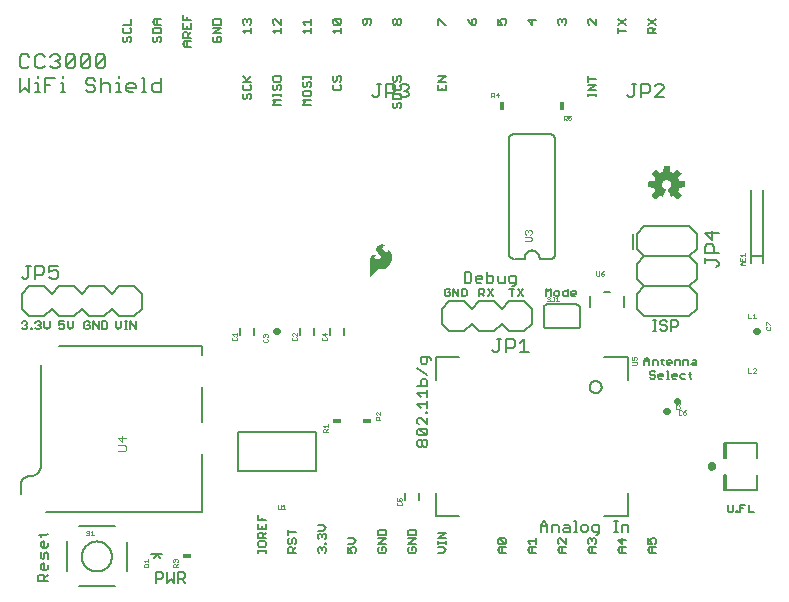
<source format=gbr>
G04 EAGLE Gerber RS-274X export*
G75*
%MOMM*%
%FSLAX34Y34*%
%LPD*%
%INSilkscreen Top*%
%IPPOS*%
%AMOC8*
5,1,8,0,0,1.08239X$1,22.5*%
G01*
%ADD10C,0.127000*%
%ADD11C,0.152400*%
%ADD12C,0.203200*%
%ADD13C,0.355600*%
%ADD14C,0.025400*%
%ADD15C,0.558800*%
%ADD16R,0.762000X0.457200*%
%ADD17C,0.050800*%
%ADD18C,0.076200*%
%ADD19R,0.457200X0.762000*%

G36*
X568120Y340506D02*
X568120Y340506D01*
X568228Y340516D01*
X568241Y340522D01*
X568255Y340524D01*
X568352Y340572D01*
X568451Y340617D01*
X568464Y340628D01*
X568473Y340632D01*
X568488Y340648D01*
X568565Y340710D01*
X571150Y343295D01*
X571213Y343384D01*
X571279Y343469D01*
X571284Y343482D01*
X571292Y343494D01*
X571323Y343597D01*
X571359Y343700D01*
X571359Y343714D01*
X571363Y343727D01*
X571359Y343835D01*
X571360Y343944D01*
X571355Y343957D01*
X571355Y343971D01*
X571317Y344073D01*
X571282Y344175D01*
X571273Y344190D01*
X571269Y344199D01*
X571255Y344216D01*
X571201Y344298D01*
X568437Y347688D01*
X568994Y348770D01*
X569000Y348790D01*
X569042Y348885D01*
X569413Y350044D01*
X573764Y350487D01*
X573868Y350515D01*
X573974Y350540D01*
X573986Y350547D01*
X573999Y350550D01*
X574089Y350611D01*
X574182Y350668D01*
X574190Y350679D01*
X574202Y350687D01*
X574268Y350773D01*
X574337Y350857D01*
X574341Y350870D01*
X574350Y350881D01*
X574384Y350984D01*
X574423Y351085D01*
X574424Y351103D01*
X574428Y351112D01*
X574428Y351134D01*
X574437Y351232D01*
X574437Y354888D01*
X574420Y354995D01*
X574406Y355103D01*
X574400Y355115D01*
X574398Y355129D01*
X574346Y355225D01*
X574299Y355322D01*
X574289Y355332D01*
X574283Y355344D01*
X574203Y355418D01*
X574127Y355495D01*
X574115Y355501D01*
X574105Y355511D01*
X574006Y355556D01*
X573909Y355604D01*
X573891Y355608D01*
X573882Y355612D01*
X573861Y355614D01*
X573764Y355633D01*
X569413Y356076D01*
X569042Y357235D01*
X569033Y357252D01*
X569031Y357260D01*
X569027Y357267D01*
X568994Y357350D01*
X568437Y358432D01*
X571201Y361822D01*
X571255Y361916D01*
X571312Y362008D01*
X571315Y362021D01*
X571322Y362033D01*
X571343Y362140D01*
X571368Y362245D01*
X571366Y362259D01*
X571369Y362273D01*
X571354Y362380D01*
X571344Y362488D01*
X571338Y362501D01*
X571336Y362515D01*
X571288Y362612D01*
X571243Y362711D01*
X571232Y362724D01*
X571228Y362733D01*
X571212Y362748D01*
X571150Y362825D01*
X568565Y365410D01*
X568476Y365473D01*
X568391Y365539D01*
X568378Y365544D01*
X568366Y365552D01*
X568263Y365583D01*
X568160Y365619D01*
X568146Y365619D01*
X568133Y365623D01*
X568025Y365619D01*
X567916Y365620D01*
X567903Y365615D01*
X567889Y365615D01*
X567787Y365577D01*
X567685Y365542D01*
X567670Y365533D01*
X567661Y365529D01*
X567644Y365515D01*
X567562Y365461D01*
X564172Y362697D01*
X563090Y363254D01*
X563070Y363260D01*
X562975Y363302D01*
X561816Y363673D01*
X561373Y368024D01*
X561345Y368128D01*
X561320Y368234D01*
X561313Y368246D01*
X561310Y368259D01*
X561249Y368349D01*
X561192Y368442D01*
X561181Y368450D01*
X561173Y368462D01*
X561087Y368528D01*
X561003Y368597D01*
X560990Y368601D01*
X560979Y368610D01*
X560876Y368644D01*
X560775Y368683D01*
X560757Y368684D01*
X560748Y368688D01*
X560726Y368688D01*
X560628Y368697D01*
X556972Y368697D01*
X556865Y368680D01*
X556757Y368666D01*
X556745Y368660D01*
X556731Y368658D01*
X556635Y368606D01*
X556538Y368559D01*
X556528Y368549D01*
X556516Y368543D01*
X556442Y368463D01*
X556365Y368387D01*
X556359Y368375D01*
X556349Y368365D01*
X556304Y368266D01*
X556256Y368169D01*
X556252Y368151D01*
X556248Y368142D01*
X556246Y368121D01*
X556227Y368024D01*
X555784Y363673D01*
X554625Y363302D01*
X554607Y363292D01*
X554510Y363254D01*
X553428Y362697D01*
X550038Y365461D01*
X549944Y365515D01*
X549852Y365572D01*
X549839Y365575D01*
X549827Y365582D01*
X549720Y365603D01*
X549615Y365628D01*
X549601Y365626D01*
X549587Y365629D01*
X549480Y365614D01*
X549372Y365604D01*
X549359Y365598D01*
X549346Y365596D01*
X549248Y365548D01*
X549149Y365503D01*
X549136Y365492D01*
X549127Y365488D01*
X549112Y365472D01*
X549035Y365410D01*
X546450Y362825D01*
X546387Y362736D01*
X546321Y362651D01*
X546316Y362638D01*
X546308Y362626D01*
X546277Y362523D01*
X546241Y362420D01*
X546241Y362406D01*
X546237Y362393D01*
X546241Y362285D01*
X546240Y362176D01*
X546245Y362163D01*
X546245Y362149D01*
X546283Y362047D01*
X546318Y361945D01*
X546327Y361930D01*
X546331Y361921D01*
X546345Y361904D01*
X546399Y361822D01*
X549163Y358432D01*
X548606Y357350D01*
X548600Y357330D01*
X548558Y357235D01*
X548187Y356076D01*
X543836Y355633D01*
X543732Y355605D01*
X543626Y355580D01*
X543614Y355573D01*
X543601Y355570D01*
X543511Y355509D01*
X543418Y355452D01*
X543410Y355441D01*
X543398Y355433D01*
X543332Y355347D01*
X543264Y355263D01*
X543259Y355250D01*
X543250Y355239D01*
X543216Y355136D01*
X543177Y355035D01*
X543176Y355017D01*
X543172Y355008D01*
X543173Y354986D01*
X543163Y354888D01*
X543163Y351232D01*
X543180Y351125D01*
X543194Y351017D01*
X543200Y351005D01*
X543202Y350991D01*
X543254Y350895D01*
X543301Y350798D01*
X543311Y350788D01*
X543317Y350776D01*
X543397Y350702D01*
X543473Y350625D01*
X543485Y350619D01*
X543496Y350609D01*
X543594Y350564D01*
X543691Y350516D01*
X543709Y350512D01*
X543718Y350508D01*
X543739Y350506D01*
X543836Y350487D01*
X548187Y350044D01*
X548558Y348885D01*
X548568Y348867D01*
X548606Y348770D01*
X549163Y347688D01*
X546399Y344298D01*
X546345Y344204D01*
X546288Y344112D01*
X546285Y344099D01*
X546278Y344087D01*
X546257Y343980D01*
X546232Y343875D01*
X546234Y343861D01*
X546231Y343847D01*
X546246Y343740D01*
X546256Y343632D01*
X546262Y343619D01*
X546264Y343606D01*
X546312Y343508D01*
X546357Y343409D01*
X546368Y343396D01*
X546372Y343387D01*
X546388Y343372D01*
X546450Y343295D01*
X549035Y340710D01*
X549124Y340647D01*
X549209Y340581D01*
X549222Y340576D01*
X549234Y340568D01*
X549337Y340537D01*
X549440Y340501D01*
X549454Y340501D01*
X549467Y340497D01*
X549575Y340501D01*
X549684Y340500D01*
X549697Y340505D01*
X549711Y340505D01*
X549813Y340543D01*
X549915Y340578D01*
X549930Y340587D01*
X549939Y340591D01*
X549956Y340605D01*
X550038Y340659D01*
X553428Y343423D01*
X554510Y342866D01*
X554563Y342849D01*
X554612Y342823D01*
X554678Y342812D01*
X554742Y342791D01*
X554798Y342792D01*
X554852Y342783D01*
X554919Y342794D01*
X554986Y342795D01*
X555038Y342813D01*
X555093Y342822D01*
X555153Y342854D01*
X555216Y342877D01*
X555259Y342911D01*
X555309Y342937D01*
X555355Y342986D01*
X555407Y343028D01*
X555438Y343075D01*
X555476Y343115D01*
X555532Y343220D01*
X555540Y343233D01*
X555541Y343238D01*
X555545Y343245D01*
X557698Y348442D01*
X557718Y348526D01*
X557723Y348538D01*
X557725Y348554D01*
X557750Y348640D01*
X557749Y348660D01*
X557754Y348680D01*
X557746Y348762D01*
X557747Y348781D01*
X557743Y348801D01*
X557739Y348884D01*
X557732Y348903D01*
X557730Y348923D01*
X557698Y348992D01*
X557692Y349019D01*
X557677Y349043D01*
X557650Y349112D01*
X557637Y349127D01*
X557629Y349145D01*
X557584Y349194D01*
X557564Y349226D01*
X557532Y349252D01*
X557493Y349298D01*
X557472Y349313D01*
X557462Y349323D01*
X557441Y349335D01*
X557378Y349379D01*
X557375Y349381D01*
X557374Y349381D01*
X557372Y349383D01*
X556488Y349878D01*
X555809Y350505D01*
X555295Y351274D01*
X554975Y352142D01*
X554867Y353059D01*
X554980Y353994D01*
X555311Y354875D01*
X555843Y355652D01*
X556544Y356281D01*
X557374Y356724D01*
X558286Y356958D01*
X559228Y356968D01*
X560144Y356754D01*
X560984Y356329D01*
X561698Y355716D01*
X562247Y354951D01*
X562598Y354077D01*
X562731Y353145D01*
X562639Y352208D01*
X562327Y351320D01*
X561812Y350532D01*
X561125Y349888D01*
X560226Y349382D01*
X560186Y349349D01*
X560144Y349327D01*
X560113Y349294D01*
X560065Y349259D01*
X560052Y349242D01*
X560036Y349229D01*
X560001Y349175D01*
X559977Y349149D01*
X559964Y349118D01*
X559922Y349061D01*
X559916Y349041D01*
X559905Y349023D01*
X559887Y348950D01*
X559877Y348927D01*
X559874Y348903D01*
X559851Y348828D01*
X559852Y348807D01*
X559847Y348786D01*
X559854Y348702D01*
X559853Y348684D01*
X559856Y348668D01*
X559859Y348584D01*
X559867Y348558D01*
X559868Y348543D01*
X559878Y348521D01*
X559902Y348442D01*
X560210Y347697D01*
X560211Y347697D01*
X560521Y346948D01*
X560831Y346199D01*
X560831Y346198D01*
X561142Y345450D01*
X561142Y345449D01*
X561452Y344700D01*
X561762Y343951D01*
X561763Y343951D01*
X562055Y343245D01*
X562084Y343198D01*
X562105Y343146D01*
X562148Y343095D01*
X562184Y343038D01*
X562227Y343003D01*
X562263Y342960D01*
X562320Y342926D01*
X562372Y342883D01*
X562424Y342864D01*
X562472Y342835D01*
X562538Y342821D01*
X562601Y342797D01*
X562656Y342795D01*
X562710Y342784D01*
X562777Y342791D01*
X562844Y342789D01*
X562898Y342805D01*
X562953Y342812D01*
X563064Y342856D01*
X563078Y342860D01*
X563082Y342863D01*
X563090Y342866D01*
X564172Y343423D01*
X567562Y340659D01*
X567656Y340605D01*
X567748Y340548D01*
X567761Y340545D01*
X567773Y340538D01*
X567880Y340517D01*
X567985Y340492D01*
X567999Y340494D01*
X568013Y340491D01*
X568120Y340506D01*
G37*
G36*
X307350Y274221D02*
X307350Y274221D01*
X307354Y274219D01*
X307424Y274255D01*
X307434Y274260D01*
X307435Y274261D01*
X312307Y279743D01*
X313161Y280525D01*
X314151Y281114D01*
X314502Y281241D01*
X314870Y281306D01*
X317145Y281306D01*
X317150Y281308D01*
X317156Y281306D01*
X318520Y281430D01*
X318530Y281436D01*
X318542Y281434D01*
X319861Y281802D01*
X319869Y281810D01*
X319882Y281811D01*
X321112Y282411D01*
X321119Y282418D01*
X321130Y282421D01*
X322287Y283238D01*
X322292Y283246D01*
X322301Y283249D01*
X323332Y284221D01*
X323335Y284229D01*
X323341Y284231D01*
X323342Y284233D01*
X323344Y284234D01*
X324229Y285341D01*
X324231Y285351D01*
X324240Y285358D01*
X325187Y287039D01*
X325188Y287050D01*
X325196Y287060D01*
X325824Y288884D01*
X325823Y288895D01*
X325830Y288906D01*
X326118Y290813D01*
X326115Y290824D01*
X326120Y290836D01*
X326118Y290888D01*
X326110Y291140D01*
X326106Y291266D01*
X326106Y291267D01*
X326098Y291519D01*
X326090Y291772D01*
X326086Y291898D01*
X326078Y292150D01*
X326067Y292529D01*
X326059Y292764D01*
X326055Y292773D01*
X326057Y292785D01*
X325850Y293824D01*
X325845Y293832D01*
X325845Y293843D01*
X325487Y294840D01*
X325481Y294847D01*
X325480Y294858D01*
X324978Y295792D01*
X324969Y295799D01*
X324966Y295811D01*
X324059Y296948D01*
X324048Y296954D01*
X324041Y296967D01*
X322915Y297888D01*
X322872Y297900D01*
X322831Y297916D01*
X322826Y297914D01*
X322820Y297915D01*
X322782Y297894D01*
X322742Y297875D01*
X322739Y297869D01*
X322735Y297867D01*
X322727Y297838D01*
X322709Y297790D01*
X322709Y296910D01*
X322693Y296790D01*
X322649Y296687D01*
X322375Y296347D01*
X322014Y296099D01*
X321840Y296034D01*
X321302Y295976D01*
X320772Y296074D01*
X320284Y296323D01*
X319382Y296974D01*
X318970Y297328D01*
X318619Y297738D01*
X318336Y298196D01*
X318130Y298690D01*
X318071Y298990D01*
X318083Y299293D01*
X318240Y299812D01*
X318526Y300272D01*
X318921Y300642D01*
X319402Y300897D01*
X319892Y301036D01*
X320403Y301093D01*
X321006Y301093D01*
X321007Y301093D01*
X321029Y301102D01*
X321097Y301131D01*
X321132Y301223D01*
X321128Y301232D01*
X321094Y301308D01*
X321092Y301311D01*
X321091Y301312D01*
X321090Y301313D01*
X321069Y301333D01*
X321062Y301336D01*
X321058Y301344D01*
X320623Y301682D01*
X320608Y301686D01*
X320596Y301698D01*
X320092Y301919D01*
X320091Y301919D01*
X319735Y302071D01*
X319507Y302172D01*
X319497Y302173D01*
X319487Y302179D01*
X318609Y302399D01*
X318600Y302398D01*
X318590Y302402D01*
X317690Y302488D01*
X317680Y302484D01*
X317668Y302488D01*
X316800Y302422D01*
X316789Y302416D01*
X316776Y302417D01*
X315936Y302186D01*
X315926Y302178D01*
X315913Y302177D01*
X315133Y301789D01*
X315126Y301781D01*
X315115Y301778D01*
X314338Y301218D01*
X314334Y301211D01*
X314325Y301207D01*
X313629Y300549D01*
X313624Y300538D01*
X313613Y300530D01*
X313182Y299927D01*
X313179Y299912D01*
X313167Y299899D01*
X312900Y299207D01*
X312900Y299191D01*
X312892Y299176D01*
X312805Y298439D01*
X312810Y298424D01*
X312806Y298407D01*
X312905Y297672D01*
X312913Y297659D01*
X312913Y297642D01*
X313193Y296954D01*
X313202Y296945D01*
X313205Y296931D01*
X314392Y295173D01*
X314400Y295168D01*
X314404Y295157D01*
X315857Y293616D01*
X316227Y293181D01*
X316467Y292678D01*
X316569Y292130D01*
X316526Y291574D01*
X316340Y291049D01*
X316025Y290589D01*
X315600Y290224D01*
X315057Y289931D01*
X314471Y289733D01*
X313861Y289636D01*
X313150Y289671D01*
X312472Y289878D01*
X311866Y290243D01*
X311553Y290571D01*
X311347Y290975D01*
X311254Y291391D01*
X311254Y291819D01*
X311347Y292234D01*
X311419Y292372D01*
X311537Y292486D01*
X312361Y293085D01*
X312494Y293156D01*
X312632Y293184D01*
X312790Y293168D01*
X312833Y293182D01*
X312878Y293193D01*
X312880Y293197D01*
X312884Y293198D01*
X312904Y293239D01*
X312927Y293278D01*
X312926Y293282D01*
X312928Y293286D01*
X312913Y293329D01*
X312900Y293373D01*
X312897Y293375D01*
X312896Y293379D01*
X312858Y293398D01*
X312822Y293419D01*
X312339Y293495D01*
X312334Y293494D01*
X312329Y293496D01*
X311389Y293569D01*
X311380Y293566D01*
X311369Y293569D01*
X310429Y293496D01*
X310419Y293491D01*
X310407Y293492D01*
X309708Y293308D01*
X309698Y293300D01*
X309684Y293299D01*
X309036Y292978D01*
X309028Y292969D01*
X309014Y292965D01*
X308444Y292520D01*
X308438Y292509D01*
X308426Y292503D01*
X307956Y291953D01*
X307952Y291941D01*
X307941Y291932D01*
X307540Y291200D01*
X307539Y291187D01*
X307530Y291176D01*
X307290Y290377D01*
X307291Y290364D01*
X307285Y290351D01*
X307215Y289520D01*
X307217Y289514D01*
X307215Y289509D01*
X307215Y274345D01*
X307217Y274340D01*
X307215Y274336D01*
X307236Y274296D01*
X307253Y274254D01*
X307258Y274253D01*
X307260Y274248D01*
X307303Y274235D01*
X307345Y274219D01*
X307350Y274221D01*
G37*
D10*
X200909Y429798D02*
X199765Y428654D01*
X199765Y426367D01*
X200909Y425223D01*
X202053Y425223D01*
X203197Y426367D01*
X203197Y428654D01*
X204341Y429798D01*
X205485Y429798D01*
X206629Y428654D01*
X206629Y426367D01*
X205485Y425223D01*
X199765Y436139D02*
X200909Y437283D01*
X199765Y436139D02*
X199765Y433851D01*
X200909Y432707D01*
X205485Y432707D01*
X206629Y433851D01*
X206629Y436139D01*
X205485Y437283D01*
X206629Y440191D02*
X199765Y440191D01*
X204341Y440191D02*
X199765Y444767D01*
X203197Y441335D02*
X206629Y444767D01*
X250565Y420233D02*
X257429Y420233D01*
X252853Y422521D02*
X250565Y420233D01*
X252853Y422521D02*
X250565Y424809D01*
X257429Y424809D01*
X250565Y428861D02*
X250565Y431149D01*
X250565Y428861D02*
X251709Y427717D01*
X256285Y427717D01*
X257429Y428861D01*
X257429Y431149D01*
X256285Y432293D01*
X251709Y432293D01*
X250565Y431149D01*
X250565Y438633D02*
X251709Y439777D01*
X250565Y438633D02*
X250565Y436345D01*
X251709Y435201D01*
X252853Y435201D01*
X253997Y436345D01*
X253997Y438633D01*
X255141Y439777D01*
X256285Y439777D01*
X257429Y438633D01*
X257429Y436345D01*
X256285Y435201D01*
X257429Y442686D02*
X257429Y444974D01*
X257429Y443830D02*
X250565Y443830D01*
X250565Y442686D02*
X250565Y444974D01*
X275965Y436139D02*
X277109Y437283D01*
X275965Y436139D02*
X275965Y433851D01*
X277109Y432707D01*
X281685Y432707D01*
X282829Y433851D01*
X282829Y436139D01*
X281685Y437283D01*
X275965Y443623D02*
X277109Y444767D01*
X275965Y443623D02*
X275965Y441335D01*
X277109Y440191D01*
X278253Y440191D01*
X279397Y441335D01*
X279397Y443623D01*
X280541Y444767D01*
X281685Y444767D01*
X282829Y443623D01*
X282829Y441335D01*
X281685Y440191D01*
X364865Y437283D02*
X364865Y432707D01*
X371729Y432707D01*
X371729Y437283D01*
X368297Y434995D02*
X368297Y432707D01*
X371729Y440191D02*
X364865Y440191D01*
X371729Y444767D01*
X364865Y444767D01*
X327909Y422314D02*
X326765Y421170D01*
X326765Y418882D01*
X327909Y417738D01*
X329053Y417738D01*
X330197Y418882D01*
X330197Y421170D01*
X331341Y422314D01*
X332485Y422314D01*
X333629Y421170D01*
X333629Y418882D01*
X332485Y417738D01*
X333629Y425223D02*
X326765Y425223D01*
X333629Y425223D02*
X333629Y428654D01*
X332485Y429798D01*
X327909Y429798D01*
X326765Y428654D01*
X326765Y425223D01*
X326765Y436139D02*
X327909Y437283D01*
X326765Y436139D02*
X326765Y433851D01*
X327909Y432707D01*
X332485Y432707D01*
X333629Y433851D01*
X333629Y436139D01*
X332485Y437283D01*
X326765Y443623D02*
X327909Y444767D01*
X326765Y443623D02*
X326765Y441335D01*
X327909Y440191D01*
X329053Y440191D01*
X330197Y441335D01*
X330197Y443623D01*
X331341Y444767D01*
X332485Y444767D01*
X333629Y443623D01*
X333629Y441335D01*
X332485Y440191D01*
X498729Y430005D02*
X498729Y427717D01*
X498729Y428861D02*
X491865Y428861D01*
X491865Y427717D02*
X491865Y430005D01*
X491865Y432707D02*
X498729Y432707D01*
X498729Y437283D02*
X491865Y432707D01*
X491865Y437283D02*
X498729Y437283D01*
X498729Y442479D02*
X491865Y442479D01*
X491865Y440191D02*
X491865Y444767D01*
X70185Y235971D02*
X69041Y237115D01*
X66753Y237115D01*
X65609Y235971D01*
X65609Y231395D01*
X66753Y230251D01*
X69041Y230251D01*
X70185Y231395D01*
X70185Y233683D01*
X67897Y233683D01*
X73093Y230251D02*
X73093Y237115D01*
X77669Y230251D01*
X77669Y237115D01*
X80577Y237115D02*
X80577Y230251D01*
X84009Y230251D01*
X85153Y231395D01*
X85153Y235971D01*
X84009Y237115D01*
X80577Y237115D01*
X400019Y258445D02*
X400019Y264800D01*
X403196Y264800D01*
X404256Y263741D01*
X404256Y261623D01*
X403196Y260563D01*
X400019Y260563D01*
X402137Y260563D02*
X404256Y258445D01*
X407035Y264800D02*
X411272Y258445D01*
X407035Y258445D02*
X411272Y264800D01*
X427537Y264800D02*
X427537Y258445D01*
X425419Y264800D02*
X429656Y264800D01*
X432435Y264800D02*
X436672Y258445D01*
X432435Y258445D02*
X436672Y264800D01*
D11*
X387584Y270002D02*
X387584Y278645D01*
X387584Y270002D02*
X391906Y270002D01*
X393346Y271443D01*
X393346Y277205D01*
X391906Y278645D01*
X387584Y278645D01*
X398380Y270002D02*
X401261Y270002D01*
X398380Y270002D02*
X396939Y271443D01*
X396939Y274324D01*
X398380Y275764D01*
X401261Y275764D01*
X402701Y274324D01*
X402701Y272883D01*
X396939Y272883D01*
X406294Y270002D02*
X406294Y278645D01*
X406294Y270002D02*
X410616Y270002D01*
X412057Y271443D01*
X412057Y274324D01*
X410616Y275764D01*
X406294Y275764D01*
X415650Y275764D02*
X415650Y271443D01*
X417090Y270002D01*
X421412Y270002D01*
X421412Y275764D01*
X427886Y267121D02*
X429326Y267121D01*
X430767Y268561D01*
X430767Y275764D01*
X426445Y275764D01*
X425005Y274324D01*
X425005Y271443D01*
X426445Y270002D01*
X430767Y270002D01*
D12*
X19141Y461188D02*
X17150Y463179D01*
X13167Y463179D01*
X11176Y461188D01*
X11176Y453222D01*
X13167Y451231D01*
X17150Y451231D01*
X19141Y453222D01*
X30013Y463179D02*
X32005Y461188D01*
X30013Y463179D02*
X26031Y463179D01*
X24039Y461188D01*
X24039Y453222D01*
X26031Y451231D01*
X30013Y451231D01*
X32005Y453222D01*
X36903Y461188D02*
X38894Y463179D01*
X42877Y463179D01*
X44868Y461188D01*
X44868Y459196D01*
X42877Y457205D01*
X40885Y457205D01*
X42877Y457205D02*
X44868Y455214D01*
X44868Y453222D01*
X42877Y451231D01*
X38894Y451231D01*
X36903Y453222D01*
X49766Y453222D02*
X49766Y461188D01*
X51757Y463179D01*
X55740Y463179D01*
X57732Y461188D01*
X57732Y453222D01*
X55740Y451231D01*
X51757Y451231D01*
X49766Y453222D01*
X57732Y461188D01*
X62630Y461188D02*
X62630Y453222D01*
X62630Y461188D02*
X64621Y463179D01*
X68604Y463179D01*
X70595Y461188D01*
X70595Y453222D01*
X68604Y451231D01*
X64621Y451231D01*
X62630Y453222D01*
X70595Y461188D01*
X75493Y461188D02*
X75493Y453222D01*
X75493Y461188D02*
X77484Y463179D01*
X81467Y463179D01*
X83458Y461188D01*
X83458Y453222D01*
X81467Y451231D01*
X77484Y451231D01*
X75493Y453222D01*
X83458Y461188D01*
X11176Y442859D02*
X11176Y430911D01*
X15159Y434894D01*
X19141Y430911D01*
X19141Y442859D01*
X24039Y438876D02*
X26031Y438876D01*
X26031Y430911D01*
X28022Y430911D02*
X24039Y430911D01*
X26031Y442859D02*
X26031Y444851D01*
X32615Y442859D02*
X32615Y430911D01*
X32615Y442859D02*
X40580Y442859D01*
X36598Y436885D02*
X32615Y436885D01*
X45478Y438876D02*
X47470Y438876D01*
X47470Y430911D01*
X49461Y430911D02*
X45478Y430911D01*
X47470Y442859D02*
X47470Y444851D01*
X72891Y442859D02*
X74883Y440868D01*
X72891Y442859D02*
X68909Y442859D01*
X66917Y440868D01*
X66917Y438876D01*
X68909Y436885D01*
X72891Y436885D01*
X74883Y434894D01*
X74883Y432902D01*
X72891Y430911D01*
X68909Y430911D01*
X66917Y432902D01*
X79781Y430911D02*
X79781Y442859D01*
X81772Y438876D02*
X79781Y436885D01*
X81772Y438876D02*
X85755Y438876D01*
X87746Y436885D01*
X87746Y430911D01*
X92644Y438876D02*
X94635Y438876D01*
X94635Y430911D01*
X92644Y430911D02*
X96627Y430911D01*
X94635Y442859D02*
X94635Y444851D01*
X103211Y430911D02*
X107194Y430911D01*
X103211Y430911D02*
X101220Y432902D01*
X101220Y436885D01*
X103211Y438876D01*
X107194Y438876D01*
X109185Y436885D01*
X109185Y434894D01*
X101220Y434894D01*
X114083Y442859D02*
X116074Y442859D01*
X116074Y430911D01*
X114083Y430911D02*
X118066Y430911D01*
X130624Y430911D02*
X130624Y442859D01*
X130624Y430911D02*
X124650Y430911D01*
X122659Y432902D01*
X122659Y436885D01*
X124650Y438876D01*
X130624Y438876D01*
D11*
X347465Y132623D02*
X348905Y131182D01*
X347465Y132623D02*
X347465Y135504D01*
X348905Y136945D01*
X350346Y136945D01*
X351786Y135504D01*
X353227Y136945D01*
X354667Y136945D01*
X356108Y135504D01*
X356108Y132623D01*
X354667Y131182D01*
X353227Y131182D01*
X351786Y132623D01*
X350346Y131182D01*
X348905Y131182D01*
X351786Y132623D02*
X351786Y135504D01*
X354667Y140538D02*
X348905Y140538D01*
X347465Y141978D01*
X347465Y144859D01*
X348905Y146300D01*
X354667Y146300D01*
X356108Y144859D01*
X356108Y141978D01*
X354667Y140538D01*
X348905Y146300D01*
X356108Y149893D02*
X356108Y155655D01*
X356108Y149893D02*
X350346Y155655D01*
X348905Y155655D01*
X347465Y154214D01*
X347465Y151333D01*
X348905Y149893D01*
X354667Y159248D02*
X356108Y159248D01*
X354667Y159248D02*
X354667Y160689D01*
X356108Y160689D01*
X356108Y159248D01*
X350346Y163926D02*
X347465Y166807D01*
X356108Y166807D01*
X356108Y163926D02*
X356108Y169688D01*
X350346Y173281D02*
X347465Y176162D01*
X356108Y176162D01*
X356108Y173281D02*
X356108Y179043D01*
X356108Y182636D02*
X347465Y182636D01*
X356108Y182636D02*
X356108Y186958D01*
X354667Y188398D01*
X351786Y188398D01*
X350346Y186958D01*
X350346Y182636D01*
X356108Y191991D02*
X347465Y197753D01*
X358989Y204227D02*
X358989Y205668D01*
X357549Y207109D01*
X350346Y207109D01*
X350346Y202787D01*
X351786Y201346D01*
X354667Y201346D01*
X356108Y202787D01*
X356108Y207109D01*
X126429Y24645D02*
X126429Y16002D01*
X126429Y24645D02*
X130751Y24645D01*
X132191Y23205D01*
X132191Y20324D01*
X130751Y18883D01*
X126429Y18883D01*
X135784Y16002D02*
X135784Y24645D01*
X138666Y18883D02*
X135784Y16002D01*
X138666Y18883D02*
X141547Y16002D01*
X141547Y24645D01*
X145140Y24645D02*
X145140Y16002D01*
X145140Y24645D02*
X149461Y24645D01*
X150902Y23205D01*
X150902Y20324D01*
X149461Y18883D01*
X145140Y18883D01*
X148021Y18883D02*
X150902Y16002D01*
X34798Y17033D02*
X26155Y17033D01*
X26155Y21355D01*
X27595Y22795D01*
X30476Y22795D01*
X31917Y21355D01*
X31917Y17033D01*
X31917Y19914D02*
X34798Y22795D01*
X34798Y27829D02*
X34798Y30710D01*
X34798Y27829D02*
X33357Y26388D01*
X30476Y26388D01*
X29036Y27829D01*
X29036Y30710D01*
X30476Y32151D01*
X31917Y32151D01*
X31917Y26388D01*
X34798Y35744D02*
X34798Y40065D01*
X33357Y41506D01*
X31917Y40065D01*
X31917Y37184D01*
X30476Y35744D01*
X29036Y37184D01*
X29036Y41506D01*
X34798Y46539D02*
X34798Y49420D01*
X34798Y46539D02*
X33357Y45099D01*
X30476Y45099D01*
X29036Y46539D01*
X29036Y49420D01*
X30476Y50861D01*
X31917Y50861D01*
X31917Y45099D01*
X33357Y55895D02*
X27595Y55895D01*
X33357Y55895D02*
X34798Y57335D01*
X29036Y57335D02*
X29036Y54454D01*
D10*
X151253Y469808D02*
X155829Y469808D01*
X151253Y469808D02*
X148965Y472096D01*
X151253Y474384D01*
X155829Y474384D01*
X152397Y474384D02*
X152397Y469808D01*
X155829Y477293D02*
X148965Y477293D01*
X148965Y480724D01*
X150109Y481868D01*
X152397Y481868D01*
X153541Y480724D01*
X153541Y477293D01*
X153541Y479580D02*
X155829Y481868D01*
X148965Y484777D02*
X148965Y489353D01*
X148965Y484777D02*
X155829Y484777D01*
X155829Y489353D01*
X152397Y487065D02*
X152397Y484777D01*
X155829Y492261D02*
X148965Y492261D01*
X148965Y496837D01*
X152397Y494549D02*
X152397Y492261D01*
X174365Y476914D02*
X175509Y478058D01*
X174365Y476914D02*
X174365Y474627D01*
X175509Y473483D01*
X180085Y473483D01*
X181229Y474627D01*
X181229Y476914D01*
X180085Y478058D01*
X177797Y478058D01*
X177797Y475770D01*
X181229Y480967D02*
X174365Y480967D01*
X181229Y485543D01*
X174365Y485543D01*
X174365Y488451D02*
X181229Y488451D01*
X181229Y491883D01*
X180085Y493027D01*
X175509Y493027D01*
X174365Y491883D01*
X174365Y488451D01*
X199765Y483255D02*
X202053Y480967D01*
X199765Y483255D02*
X206629Y483255D01*
X206629Y480967D02*
X206629Y485543D01*
X200909Y488451D02*
X199765Y489595D01*
X199765Y491883D01*
X200909Y493027D01*
X202053Y493027D01*
X203197Y491883D01*
X203197Y490739D01*
X203197Y491883D02*
X204341Y493027D01*
X205485Y493027D01*
X206629Y491883D01*
X206629Y489595D01*
X205485Y488451D01*
X225165Y483255D02*
X227453Y480967D01*
X225165Y483255D02*
X232029Y483255D01*
X232029Y480967D02*
X232029Y485543D01*
X232029Y488451D02*
X232029Y493027D01*
X232029Y488451D02*
X227453Y493027D01*
X226309Y493027D01*
X225165Y491883D01*
X225165Y489595D01*
X226309Y488451D01*
X250565Y483255D02*
X252853Y480967D01*
X250565Y483255D02*
X257429Y483255D01*
X257429Y480967D02*
X257429Y485543D01*
X252853Y488451D02*
X250565Y490739D01*
X257429Y490739D01*
X257429Y488451D02*
X257429Y493027D01*
X275965Y483255D02*
X278253Y480967D01*
X275965Y483255D02*
X282829Y483255D01*
X282829Y480967D02*
X282829Y485543D01*
X281685Y488451D02*
X277109Y488451D01*
X275965Y489595D01*
X275965Y491883D01*
X277109Y493027D01*
X281685Y493027D01*
X282829Y491883D01*
X282829Y489595D01*
X281685Y488451D01*
X277109Y493027D01*
X307085Y488451D02*
X308229Y489595D01*
X308229Y491883D01*
X307085Y493027D01*
X302509Y493027D01*
X301365Y491883D01*
X301365Y489595D01*
X302509Y488451D01*
X303653Y488451D01*
X304797Y489595D01*
X304797Y493027D01*
X326765Y489595D02*
X327909Y488451D01*
X326765Y489595D02*
X326765Y491883D01*
X327909Y493027D01*
X329053Y493027D01*
X330197Y491883D01*
X331341Y493027D01*
X332485Y493027D01*
X333629Y491883D01*
X333629Y489595D01*
X332485Y488451D01*
X331341Y488451D01*
X330197Y489595D01*
X329053Y488451D01*
X327909Y488451D01*
X330197Y489595D02*
X330197Y491883D01*
X364865Y493027D02*
X364865Y488451D01*
X364865Y493027D02*
X366009Y493027D01*
X370585Y488451D01*
X371729Y488451D01*
X390265Y493027D02*
X391409Y490739D01*
X393697Y488451D01*
X395985Y488451D01*
X397129Y489595D01*
X397129Y491883D01*
X395985Y493027D01*
X394841Y493027D01*
X393697Y491883D01*
X393697Y488451D01*
X415665Y488451D02*
X415665Y493027D01*
X415665Y488451D02*
X419097Y488451D01*
X417953Y490739D01*
X417953Y491883D01*
X419097Y493027D01*
X421385Y493027D01*
X422529Y491883D01*
X422529Y489595D01*
X421385Y488451D01*
X441065Y491883D02*
X447929Y491883D01*
X444497Y488451D02*
X441065Y491883D01*
X444497Y493027D02*
X444497Y488451D01*
X466465Y489595D02*
X467609Y488451D01*
X466465Y489595D02*
X466465Y491883D01*
X467609Y493027D01*
X468753Y493027D01*
X469897Y491883D01*
X469897Y490739D01*
X469897Y491883D02*
X471041Y493027D01*
X472185Y493027D01*
X473329Y491883D01*
X473329Y489595D01*
X472185Y488451D01*
X498729Y488451D02*
X498729Y493027D01*
X498729Y488451D02*
X494153Y493027D01*
X493009Y493027D01*
X491865Y491883D01*
X491865Y489595D01*
X493009Y488451D01*
X517265Y483255D02*
X524129Y483255D01*
X517265Y480967D02*
X517265Y485543D01*
X517265Y488451D02*
X524129Y493027D01*
X524129Y488451D02*
X517265Y493027D01*
X542665Y480967D02*
X549529Y480967D01*
X542665Y480967D02*
X542665Y484399D01*
X543809Y485543D01*
X546097Y485543D01*
X547241Y484399D01*
X547241Y480967D01*
X547241Y483255D02*
X549529Y485543D01*
X542665Y488451D02*
X549529Y493027D01*
X549529Y488451D02*
X542665Y493027D01*
X232029Y420233D02*
X225165Y420233D01*
X227453Y422521D01*
X225165Y424809D01*
X232029Y424809D01*
X232029Y427717D02*
X232029Y430005D01*
X232029Y428861D02*
X225165Y428861D01*
X225165Y427717D02*
X225165Y430005D01*
X225165Y436139D02*
X226309Y437283D01*
X225165Y436139D02*
X225165Y433851D01*
X226309Y432707D01*
X227453Y432707D01*
X228597Y433851D01*
X228597Y436139D01*
X229741Y437283D01*
X230885Y437283D01*
X232029Y436139D01*
X232029Y433851D01*
X230885Y432707D01*
X225165Y441335D02*
X225165Y443623D01*
X225165Y441335D02*
X226309Y440191D01*
X230885Y440191D01*
X232029Y441335D01*
X232029Y443623D01*
X230885Y444767D01*
X226309Y444767D01*
X225165Y443623D01*
X340609Y45851D02*
X339465Y44707D01*
X339465Y42419D01*
X340609Y41275D01*
X345185Y41275D01*
X346329Y42419D01*
X346329Y44707D01*
X345185Y45851D01*
X342897Y45851D01*
X342897Y43563D01*
X346329Y48759D02*
X339465Y48759D01*
X346329Y53335D01*
X339465Y53335D01*
X339465Y56243D02*
X346329Y56243D01*
X346329Y59675D01*
X345185Y60819D01*
X340609Y60819D01*
X339465Y59675D01*
X339465Y56243D01*
X315209Y45851D02*
X314065Y44707D01*
X314065Y42419D01*
X315209Y41275D01*
X319785Y41275D01*
X320929Y42419D01*
X320929Y44707D01*
X319785Y45851D01*
X317497Y45851D01*
X317497Y43563D01*
X320929Y48759D02*
X314065Y48759D01*
X320929Y53335D01*
X314065Y53335D01*
X314065Y56243D02*
X320929Y56243D01*
X320929Y59675D01*
X319785Y60819D01*
X315209Y60819D01*
X314065Y59675D01*
X314065Y56243D01*
X288665Y45851D02*
X288665Y41275D01*
X292097Y41275D01*
X290953Y43563D01*
X290953Y44707D01*
X292097Y45851D01*
X294385Y45851D01*
X295529Y44707D01*
X295529Y42419D01*
X294385Y41275D01*
X293241Y48759D02*
X288665Y48759D01*
X293241Y48759D02*
X295529Y51047D01*
X293241Y53335D01*
X288665Y53335D01*
X264409Y41275D02*
X263265Y42419D01*
X263265Y44707D01*
X264409Y45851D01*
X265553Y45851D01*
X266697Y44707D01*
X266697Y43563D01*
X266697Y44707D02*
X267841Y45851D01*
X268985Y45851D01*
X270129Y44707D01*
X270129Y42419D01*
X268985Y41275D01*
X268985Y48759D02*
X270129Y48759D01*
X268985Y48759D02*
X268985Y49903D01*
X270129Y49903D01*
X270129Y48759D01*
X264409Y52501D02*
X263265Y53645D01*
X263265Y55933D01*
X264409Y57077D01*
X265553Y57077D01*
X266697Y55933D01*
X266697Y54789D01*
X266697Y55933D02*
X267841Y57077D01*
X268985Y57077D01*
X270129Y55933D01*
X270129Y53645D01*
X268985Y52501D01*
X267841Y59985D02*
X263265Y59985D01*
X267841Y59985D02*
X270129Y62273D01*
X267841Y64561D01*
X263265Y64561D01*
X244729Y41275D02*
X237865Y41275D01*
X237865Y44707D01*
X239009Y45851D01*
X241297Y45851D01*
X242441Y44707D01*
X242441Y41275D01*
X242441Y43563D02*
X244729Y45851D01*
X237865Y52191D02*
X239009Y53335D01*
X237865Y52191D02*
X237865Y49903D01*
X239009Y48759D01*
X240153Y48759D01*
X241297Y49903D01*
X241297Y52191D01*
X242441Y53335D01*
X243585Y53335D01*
X244729Y52191D01*
X244729Y49903D01*
X243585Y48759D01*
X244729Y58531D02*
X237865Y58531D01*
X237865Y56243D02*
X237865Y60819D01*
X364865Y41275D02*
X369441Y41275D01*
X371729Y43563D01*
X369441Y45851D01*
X364865Y45851D01*
X371729Y48759D02*
X371729Y51047D01*
X371729Y49903D02*
X364865Y49903D01*
X364865Y48759D02*
X364865Y51047D01*
X364865Y53749D02*
X371729Y53749D01*
X371729Y58325D02*
X364865Y53749D01*
X364865Y58325D02*
X371729Y58325D01*
X417953Y41275D02*
X422529Y41275D01*
X417953Y41275D02*
X415665Y43563D01*
X417953Y45851D01*
X422529Y45851D01*
X419097Y45851D02*
X419097Y41275D01*
X421385Y48759D02*
X416809Y48759D01*
X415665Y49903D01*
X415665Y52191D01*
X416809Y53335D01*
X421385Y53335D01*
X422529Y52191D01*
X422529Y49903D01*
X421385Y48759D01*
X416809Y53335D01*
X443353Y41275D02*
X447929Y41275D01*
X443353Y41275D02*
X441065Y43563D01*
X443353Y45851D01*
X447929Y45851D01*
X444497Y45851D02*
X444497Y41275D01*
X443353Y48759D02*
X441065Y51047D01*
X447929Y51047D01*
X447929Y48759D02*
X447929Y53335D01*
X468753Y41275D02*
X473329Y41275D01*
X468753Y41275D02*
X466465Y43563D01*
X468753Y45851D01*
X473329Y45851D01*
X469897Y45851D02*
X469897Y41275D01*
X473329Y48759D02*
X473329Y53335D01*
X473329Y48759D02*
X468753Y53335D01*
X467609Y53335D01*
X466465Y52191D01*
X466465Y49903D01*
X467609Y48759D01*
X494153Y41275D02*
X498729Y41275D01*
X494153Y41275D02*
X491865Y43563D01*
X494153Y45851D01*
X498729Y45851D01*
X495297Y45851D02*
X495297Y41275D01*
X493009Y48759D02*
X491865Y49903D01*
X491865Y52191D01*
X493009Y53335D01*
X494153Y53335D01*
X495297Y52191D01*
X495297Y51047D01*
X495297Y52191D02*
X496441Y53335D01*
X497585Y53335D01*
X498729Y52191D01*
X498729Y49903D01*
X497585Y48759D01*
X519553Y41275D02*
X524129Y41275D01*
X519553Y41275D02*
X517265Y43563D01*
X519553Y45851D01*
X524129Y45851D01*
X520697Y45851D02*
X520697Y41275D01*
X524129Y52191D02*
X517265Y52191D01*
X520697Y48759D01*
X520697Y53335D01*
X544953Y41275D02*
X549529Y41275D01*
X544953Y41275D02*
X542665Y43563D01*
X544953Y45851D01*
X549529Y45851D01*
X546097Y45851D02*
X546097Y41275D01*
X542665Y48759D02*
X542665Y53335D01*
X542665Y48759D02*
X546097Y48759D01*
X544953Y51047D01*
X544953Y52191D01*
X546097Y53335D01*
X548385Y53335D01*
X549529Y52191D01*
X549529Y49903D01*
X548385Y48759D01*
D11*
X452002Y59182D02*
X452002Y64944D01*
X454883Y67825D01*
X457764Y64944D01*
X457764Y59182D01*
X457764Y63504D02*
X452002Y63504D01*
X461357Y64944D02*
X461357Y59182D01*
X461357Y64944D02*
X465679Y64944D01*
X467119Y63504D01*
X467119Y59182D01*
X472153Y64944D02*
X475034Y64944D01*
X476475Y63504D01*
X476475Y59182D01*
X472153Y59182D01*
X470712Y60623D01*
X472153Y62063D01*
X476475Y62063D01*
X480068Y67825D02*
X481508Y67825D01*
X481508Y59182D01*
X480068Y59182D02*
X482949Y59182D01*
X487745Y59182D02*
X490626Y59182D01*
X492067Y60623D01*
X492067Y63504D01*
X490626Y64944D01*
X487745Y64944D01*
X486304Y63504D01*
X486304Y60623D01*
X487745Y59182D01*
X498541Y56301D02*
X499981Y56301D01*
X501422Y57741D01*
X501422Y64944D01*
X497100Y64944D01*
X495660Y63504D01*
X495660Y60623D01*
X497100Y59182D01*
X501422Y59182D01*
X514370Y59182D02*
X517251Y59182D01*
X515811Y59182D02*
X515811Y67825D01*
X517251Y67825D02*
X514370Y67825D01*
X520607Y64944D02*
X520607Y59182D01*
X520607Y64944D02*
X524928Y64944D01*
X526369Y63504D01*
X526369Y59182D01*
D10*
X48527Y237115D02*
X43951Y237115D01*
X43951Y233683D01*
X46239Y234827D01*
X47383Y234827D01*
X48527Y233683D01*
X48527Y231395D01*
X47383Y230251D01*
X45095Y230251D01*
X43951Y231395D01*
X51435Y232539D02*
X51435Y237115D01*
X51435Y232539D02*
X53723Y230251D01*
X56011Y232539D01*
X56011Y237115D01*
X14082Y237115D02*
X12938Y235971D01*
X14082Y237115D02*
X16370Y237115D01*
X17514Y235971D01*
X17514Y234827D01*
X16370Y233683D01*
X15226Y233683D01*
X16370Y233683D02*
X17514Y232539D01*
X17514Y231395D01*
X16370Y230251D01*
X14082Y230251D01*
X12938Y231395D01*
X20422Y231395D02*
X20422Y230251D01*
X20422Y231395D02*
X21566Y231395D01*
X21566Y230251D01*
X20422Y230251D01*
X24164Y235971D02*
X25308Y237115D01*
X27596Y237115D01*
X28740Y235971D01*
X28740Y234827D01*
X27596Y233683D01*
X26452Y233683D01*
X27596Y233683D02*
X28740Y232539D01*
X28740Y231395D01*
X27596Y230251D01*
X25308Y230251D01*
X24164Y231395D01*
X31648Y232539D02*
X31648Y237115D01*
X31648Y232539D02*
X33936Y230251D01*
X36224Y232539D01*
X36224Y237115D01*
X92256Y237115D02*
X92256Y232539D01*
X94544Y230251D01*
X96832Y232539D01*
X96832Y237115D01*
X99740Y230251D02*
X102028Y230251D01*
X100884Y230251D02*
X100884Y237115D01*
X99740Y237115D02*
X102028Y237115D01*
X104730Y237115D02*
X104730Y230251D01*
X109306Y230251D02*
X104730Y237115D01*
X109306Y237115D02*
X109306Y230251D01*
D11*
X547088Y229362D02*
X549970Y229362D01*
X548529Y229362D02*
X548529Y238005D01*
X547088Y238005D02*
X549970Y238005D01*
X557647Y238005D02*
X559087Y236565D01*
X557647Y238005D02*
X554766Y238005D01*
X553325Y236565D01*
X553325Y235124D01*
X554766Y233684D01*
X557647Y233684D01*
X559087Y232243D01*
X559087Y230803D01*
X557647Y229362D01*
X554766Y229362D01*
X553325Y230803D01*
X562680Y229362D02*
X562680Y238005D01*
X567002Y238005D01*
X568443Y236565D01*
X568443Y233684D01*
X567002Y232243D01*
X562680Y232243D01*
D10*
X375347Y263741D02*
X374288Y264800D01*
X372170Y264800D01*
X371110Y263741D01*
X371110Y259504D01*
X372170Y258445D01*
X374288Y258445D01*
X375347Y259504D01*
X375347Y261623D01*
X373229Y261623D01*
X378127Y258445D02*
X378127Y264800D01*
X382364Y258445D01*
X382364Y264800D01*
X385143Y264800D02*
X385143Y258445D01*
X388321Y258445D01*
X389380Y259504D01*
X389380Y263741D01*
X388321Y264800D01*
X385143Y264800D01*
X219329Y43563D02*
X219329Y41275D01*
X219329Y42419D02*
X212465Y42419D01*
X212465Y41275D02*
X212465Y43563D01*
X212465Y47408D02*
X212465Y49696D01*
X212465Y47408D02*
X213609Y46264D01*
X218185Y46264D01*
X219329Y47408D01*
X219329Y49696D01*
X218185Y50840D01*
X213609Y50840D01*
X212465Y49696D01*
X212465Y53749D02*
X219329Y53749D01*
X212465Y53749D02*
X212465Y57181D01*
X213609Y58325D01*
X215897Y58325D01*
X217041Y57181D01*
X217041Y53749D01*
X217041Y56037D02*
X219329Y58325D01*
X212465Y61233D02*
X212465Y65809D01*
X212465Y61233D02*
X219329Y61233D01*
X219329Y65809D01*
X215897Y63521D02*
X215897Y61233D01*
X219329Y68717D02*
X212465Y68717D01*
X212465Y73293D01*
X215897Y71005D02*
X215897Y68717D01*
X123565Y476914D02*
X124709Y478058D01*
X123565Y476914D02*
X123565Y474627D01*
X124709Y473483D01*
X125853Y473483D01*
X126997Y474627D01*
X126997Y476914D01*
X128141Y478058D01*
X129285Y478058D01*
X130429Y476914D01*
X130429Y474627D01*
X129285Y473483D01*
X130429Y480967D02*
X123565Y480967D01*
X130429Y480967D02*
X130429Y484399D01*
X129285Y485543D01*
X124709Y485543D01*
X123565Y484399D01*
X123565Y480967D01*
X125853Y488451D02*
X130429Y488451D01*
X125853Y488451D02*
X123565Y490739D01*
X125853Y493027D01*
X130429Y493027D01*
X126997Y493027D02*
X126997Y488451D01*
X99309Y478058D02*
X98165Y476914D01*
X98165Y474627D01*
X99309Y473483D01*
X100453Y473483D01*
X101597Y474627D01*
X101597Y476914D01*
X102741Y478058D01*
X103885Y478058D01*
X105029Y476914D01*
X105029Y474627D01*
X103885Y473483D01*
X98165Y484399D02*
X99309Y485543D01*
X98165Y484399D02*
X98165Y482111D01*
X99309Y480967D01*
X103885Y480967D01*
X105029Y482111D01*
X105029Y484399D01*
X103885Y485543D01*
X105029Y488451D02*
X98165Y488451D01*
X105029Y488451D02*
X105029Y493027D01*
D13*
X595104Y114300D02*
X595106Y114384D01*
X595112Y114468D01*
X595122Y114552D01*
X595135Y114635D01*
X595153Y114717D01*
X595175Y114799D01*
X595200Y114879D01*
X595229Y114958D01*
X595262Y115036D01*
X595298Y115112D01*
X595338Y115186D01*
X595381Y115258D01*
X595427Y115328D01*
X595477Y115396D01*
X595530Y115462D01*
X595586Y115525D01*
X595645Y115585D01*
X595707Y115642D01*
X595771Y115697D01*
X595838Y115748D01*
X595907Y115796D01*
X595978Y115841D01*
X596051Y115883D01*
X596126Y115921D01*
X596203Y115955D01*
X596281Y115986D01*
X596361Y116013D01*
X596442Y116037D01*
X596524Y116056D01*
X596607Y116072D01*
X596690Y116084D01*
X596774Y116092D01*
X596858Y116096D01*
X596942Y116096D01*
X597026Y116092D01*
X597110Y116084D01*
X597193Y116072D01*
X597276Y116056D01*
X597358Y116037D01*
X597439Y116013D01*
X597519Y115986D01*
X597597Y115955D01*
X597674Y115921D01*
X597749Y115883D01*
X597822Y115841D01*
X597893Y115796D01*
X597962Y115748D01*
X598029Y115697D01*
X598093Y115642D01*
X598155Y115585D01*
X598214Y115525D01*
X598270Y115462D01*
X598323Y115396D01*
X598373Y115328D01*
X598419Y115258D01*
X598462Y115186D01*
X598502Y115112D01*
X598538Y115036D01*
X598571Y114958D01*
X598600Y114879D01*
X598625Y114799D01*
X598647Y114717D01*
X598665Y114635D01*
X598678Y114552D01*
X598688Y114468D01*
X598694Y114384D01*
X598696Y114300D01*
X598694Y114216D01*
X598688Y114132D01*
X598678Y114048D01*
X598665Y113965D01*
X598647Y113883D01*
X598625Y113801D01*
X598600Y113721D01*
X598571Y113642D01*
X598538Y113564D01*
X598502Y113488D01*
X598462Y113414D01*
X598419Y113342D01*
X598373Y113272D01*
X598323Y113204D01*
X598270Y113138D01*
X598214Y113075D01*
X598155Y113015D01*
X598093Y112958D01*
X598029Y112903D01*
X597962Y112852D01*
X597893Y112804D01*
X597822Y112759D01*
X597749Y112717D01*
X597674Y112679D01*
X597597Y112645D01*
X597519Y112614D01*
X597439Y112587D01*
X597358Y112563D01*
X597276Y112544D01*
X597193Y112528D01*
X597110Y112516D01*
X597026Y112508D01*
X596942Y112504D01*
X596858Y112504D01*
X596774Y112508D01*
X596690Y112516D01*
X596607Y112528D01*
X596524Y112544D01*
X596442Y112563D01*
X596361Y112587D01*
X596281Y112614D01*
X596203Y112645D01*
X596126Y112679D01*
X596051Y112717D01*
X595978Y112759D01*
X595907Y112804D01*
X595838Y112852D01*
X595771Y112903D01*
X595707Y112958D01*
X595645Y113015D01*
X595586Y113075D01*
X595530Y113138D01*
X595477Y113204D01*
X595427Y113272D01*
X595381Y113342D01*
X595338Y113414D01*
X595298Y113488D01*
X595262Y113564D01*
X595229Y113642D01*
X595200Y113721D01*
X595175Y113801D01*
X595153Y113883D01*
X595135Y113965D01*
X595122Y114048D01*
X595112Y114132D01*
X595106Y114216D01*
X595104Y114300D01*
D10*
X539857Y200025D02*
X539857Y204262D01*
X541976Y206380D01*
X544094Y204262D01*
X544094Y200025D01*
X544094Y203203D02*
X539857Y203203D01*
X546873Y204262D02*
X546873Y200025D01*
X546873Y204262D02*
X550051Y204262D01*
X551110Y203203D01*
X551110Y200025D01*
X554949Y201084D02*
X554949Y205321D01*
X554949Y201084D02*
X556008Y200025D01*
X556008Y204262D02*
X553890Y204262D01*
X559627Y200025D02*
X561745Y200025D01*
X559627Y200025D02*
X558567Y201084D01*
X558567Y203203D01*
X559627Y204262D01*
X561745Y204262D01*
X562804Y203203D01*
X562804Y202143D01*
X558567Y202143D01*
X565584Y200025D02*
X565584Y204262D01*
X568761Y204262D01*
X569821Y203203D01*
X569821Y200025D01*
X572600Y200025D02*
X572600Y204262D01*
X575778Y204262D01*
X576837Y203203D01*
X576837Y200025D01*
X580676Y204262D02*
X582794Y204262D01*
X583853Y203203D01*
X583853Y200025D01*
X580676Y200025D01*
X579617Y201084D01*
X580676Y202143D01*
X583853Y202143D01*
X548772Y193891D02*
X547712Y194950D01*
X545594Y194950D01*
X544535Y193891D01*
X544535Y192832D01*
X545594Y191773D01*
X547712Y191773D01*
X548772Y190713D01*
X548772Y189654D01*
X547712Y188595D01*
X545594Y188595D01*
X544535Y189654D01*
X552610Y188595D02*
X554729Y188595D01*
X552610Y188595D02*
X551551Y189654D01*
X551551Y191773D01*
X552610Y192832D01*
X554729Y192832D01*
X555788Y191773D01*
X555788Y190713D01*
X551551Y190713D01*
X558567Y194950D02*
X559627Y194950D01*
X559627Y188595D01*
X560686Y188595D02*
X558567Y188595D01*
X564304Y188595D02*
X566423Y188595D01*
X564304Y188595D02*
X563245Y189654D01*
X563245Y191773D01*
X564304Y192832D01*
X566423Y192832D01*
X567482Y191773D01*
X567482Y190713D01*
X563245Y190713D01*
X571321Y192832D02*
X574498Y192832D01*
X571321Y192832D02*
X570261Y191773D01*
X570261Y189654D01*
X571321Y188595D01*
X574498Y188595D01*
X578337Y189654D02*
X578337Y193891D01*
X578337Y189654D02*
X579396Y188595D01*
X579396Y192832D02*
X577278Y192832D01*
X456502Y258445D02*
X456502Y264800D01*
X458621Y262682D01*
X460739Y264800D01*
X460739Y258445D01*
X464578Y258445D02*
X466696Y258445D01*
X467756Y259504D01*
X467756Y261623D01*
X466696Y262682D01*
X464578Y262682D01*
X463519Y261623D01*
X463519Y259504D01*
X464578Y258445D01*
X474772Y258445D02*
X474772Y264800D01*
X474772Y258445D02*
X471594Y258445D01*
X470535Y259504D01*
X470535Y261623D01*
X471594Y262682D01*
X474772Y262682D01*
X478611Y258445D02*
X480729Y258445D01*
X478611Y258445D02*
X477551Y259504D01*
X477551Y261623D01*
X478611Y262682D01*
X480729Y262682D01*
X481788Y261623D01*
X481788Y260563D01*
X477551Y260563D01*
X610656Y81920D02*
X610656Y76624D01*
X611716Y75565D01*
X613834Y75565D01*
X614893Y76624D01*
X614893Y81920D01*
X617673Y76624D02*
X617673Y75565D01*
X617673Y76624D02*
X618732Y76624D01*
X618732Y75565D01*
X617673Y75565D01*
X621181Y75565D02*
X621181Y81920D01*
X625418Y81920D01*
X623299Y78743D02*
X621181Y78743D01*
X628197Y81920D02*
X628197Y75565D01*
X632434Y75565D01*
D12*
X526000Y72200D02*
X526000Y92200D01*
X526000Y72200D02*
X506000Y72200D01*
X383000Y72200D02*
X363000Y72200D01*
X363000Y92200D01*
X363000Y187200D02*
X363000Y207200D01*
X383000Y207200D01*
X506000Y207200D02*
X526000Y207200D01*
X526000Y187200D01*
X493420Y181700D02*
X493422Y181842D01*
X493428Y181985D01*
X493438Y182127D01*
X493452Y182269D01*
X493470Y182410D01*
X493492Y182551D01*
X493518Y182691D01*
X493547Y182830D01*
X493581Y182969D01*
X493619Y183106D01*
X493660Y183243D01*
X493705Y183378D01*
X493754Y183512D01*
X493807Y183644D01*
X493863Y183775D01*
X493923Y183904D01*
X493987Y184032D01*
X494054Y184157D01*
X494125Y184281D01*
X494199Y184403D01*
X494276Y184522D01*
X494357Y184640D01*
X494441Y184755D01*
X494528Y184867D01*
X494619Y184977D01*
X494712Y185085D01*
X494809Y185190D01*
X494908Y185292D01*
X495010Y185391D01*
X495115Y185488D01*
X495223Y185581D01*
X495333Y185672D01*
X495445Y185759D01*
X495560Y185843D01*
X495678Y185924D01*
X495797Y186001D01*
X495919Y186075D01*
X496043Y186146D01*
X496168Y186213D01*
X496296Y186277D01*
X496425Y186337D01*
X496556Y186393D01*
X496688Y186446D01*
X496822Y186495D01*
X496957Y186540D01*
X497094Y186581D01*
X497231Y186619D01*
X497370Y186653D01*
X497509Y186682D01*
X497649Y186708D01*
X497790Y186730D01*
X497931Y186748D01*
X498073Y186762D01*
X498215Y186772D01*
X498358Y186778D01*
X498500Y186780D01*
X498642Y186778D01*
X498785Y186772D01*
X498927Y186762D01*
X499069Y186748D01*
X499210Y186730D01*
X499351Y186708D01*
X499491Y186682D01*
X499630Y186653D01*
X499769Y186619D01*
X499906Y186581D01*
X500043Y186540D01*
X500178Y186495D01*
X500312Y186446D01*
X500444Y186393D01*
X500575Y186337D01*
X500704Y186277D01*
X500832Y186213D01*
X500957Y186146D01*
X501081Y186075D01*
X501203Y186001D01*
X501322Y185924D01*
X501440Y185843D01*
X501555Y185759D01*
X501667Y185672D01*
X501777Y185581D01*
X501885Y185488D01*
X501990Y185391D01*
X502092Y185292D01*
X502191Y185190D01*
X502288Y185085D01*
X502381Y184977D01*
X502472Y184867D01*
X502559Y184755D01*
X502643Y184640D01*
X502724Y184522D01*
X502801Y184403D01*
X502875Y184281D01*
X502946Y184157D01*
X503013Y184032D01*
X503077Y183904D01*
X503137Y183775D01*
X503193Y183644D01*
X503246Y183512D01*
X503295Y183378D01*
X503340Y183243D01*
X503381Y183106D01*
X503419Y182969D01*
X503453Y182830D01*
X503482Y182691D01*
X503508Y182551D01*
X503530Y182410D01*
X503548Y182269D01*
X503562Y182127D01*
X503572Y181985D01*
X503578Y181842D01*
X503580Y181700D01*
X503578Y181558D01*
X503572Y181415D01*
X503562Y181273D01*
X503548Y181131D01*
X503530Y180990D01*
X503508Y180849D01*
X503482Y180709D01*
X503453Y180570D01*
X503419Y180431D01*
X503381Y180294D01*
X503340Y180157D01*
X503295Y180022D01*
X503246Y179888D01*
X503193Y179756D01*
X503137Y179625D01*
X503077Y179496D01*
X503013Y179368D01*
X502946Y179243D01*
X502875Y179119D01*
X502801Y178997D01*
X502724Y178878D01*
X502643Y178760D01*
X502559Y178645D01*
X502472Y178533D01*
X502381Y178423D01*
X502288Y178315D01*
X502191Y178210D01*
X502092Y178108D01*
X501990Y178009D01*
X501885Y177912D01*
X501777Y177819D01*
X501667Y177728D01*
X501555Y177641D01*
X501440Y177557D01*
X501322Y177476D01*
X501203Y177399D01*
X501081Y177325D01*
X500957Y177254D01*
X500832Y177187D01*
X500704Y177123D01*
X500575Y177063D01*
X500444Y177007D01*
X500312Y176954D01*
X500178Y176905D01*
X500043Y176860D01*
X499906Y176819D01*
X499769Y176781D01*
X499630Y176747D01*
X499491Y176718D01*
X499351Y176692D01*
X499210Y176670D01*
X499069Y176652D01*
X498927Y176638D01*
X498785Y176628D01*
X498642Y176622D01*
X498500Y176620D01*
X498358Y176622D01*
X498215Y176628D01*
X498073Y176638D01*
X497931Y176652D01*
X497790Y176670D01*
X497649Y176692D01*
X497509Y176718D01*
X497370Y176747D01*
X497231Y176781D01*
X497094Y176819D01*
X496957Y176860D01*
X496822Y176905D01*
X496688Y176954D01*
X496556Y177007D01*
X496425Y177063D01*
X496296Y177123D01*
X496168Y177187D01*
X496043Y177254D01*
X495919Y177325D01*
X495797Y177399D01*
X495678Y177476D01*
X495560Y177557D01*
X495445Y177641D01*
X495333Y177728D01*
X495223Y177819D01*
X495115Y177912D01*
X495010Y178009D01*
X494908Y178108D01*
X494809Y178210D01*
X494712Y178315D01*
X494619Y178423D01*
X494528Y178533D01*
X494441Y178645D01*
X494357Y178760D01*
X494276Y178878D01*
X494199Y178997D01*
X494125Y179119D01*
X494054Y179243D01*
X493987Y179368D01*
X493923Y179496D01*
X493863Y179625D01*
X493807Y179756D01*
X493754Y179888D01*
X493705Y180022D01*
X493660Y180157D01*
X493619Y180294D01*
X493581Y180431D01*
X493547Y180570D01*
X493518Y180709D01*
X493492Y180849D01*
X493470Y180990D01*
X493452Y181131D01*
X493438Y181273D01*
X493428Y181415D01*
X493422Y181558D01*
X493420Y181700D01*
D14*
X529544Y200523D02*
X532721Y200523D01*
X533357Y201158D01*
X533357Y202429D01*
X532721Y203065D01*
X529544Y203065D01*
X529544Y204265D02*
X529544Y206807D01*
X529544Y204265D02*
X531450Y204265D01*
X530815Y205536D01*
X530815Y206172D01*
X531450Y206807D01*
X532721Y206807D01*
X533357Y206172D01*
X533357Y204900D01*
X532721Y204265D01*
D12*
X630000Y286500D02*
X630000Y292500D01*
X630000Y348500D01*
X640000Y348500D02*
X640000Y292500D01*
X640000Y286500D01*
X640000Y292500D02*
X630000Y292500D01*
D14*
X624713Y284607D02*
X622171Y284607D01*
X620900Y285878D01*
X622171Y287149D01*
X624713Y287149D01*
X622806Y287149D02*
X622806Y284607D01*
X620900Y288349D02*
X620900Y290891D01*
X620900Y288349D02*
X624713Y288349D01*
X624713Y290891D01*
X622806Y289620D02*
X622806Y288349D01*
X622171Y292091D02*
X620900Y293362D01*
X624713Y293362D01*
X624713Y292091D02*
X624713Y294633D01*
D10*
X609300Y107300D02*
X609300Y94300D01*
X635300Y94300D01*
X635300Y134300D02*
X609300Y134300D01*
X609300Y121300D01*
X635300Y107300D02*
X635300Y94300D01*
X635300Y121300D02*
X635300Y134300D01*
X608300Y107300D02*
X608300Y94300D01*
X608300Y121300D02*
X608300Y134300D01*
X607300Y107300D02*
X607300Y94300D01*
X607300Y121300D02*
X607300Y134300D01*
X607300Y94300D02*
X609300Y94300D01*
X609300Y107300D02*
X607300Y107300D01*
X607300Y121300D02*
X609300Y121300D01*
X609300Y134300D02*
X607300Y134300D01*
D15*
X228905Y228600D02*
X228295Y228600D01*
D14*
X217675Y222379D02*
X217040Y221744D01*
X217040Y220473D01*
X217675Y219837D01*
X220217Y219837D01*
X220853Y220473D01*
X220853Y221744D01*
X220217Y222379D01*
X217675Y223579D02*
X217040Y224215D01*
X217040Y225486D01*
X217675Y226121D01*
X218311Y226121D01*
X218946Y225486D01*
X218946Y224850D01*
X218946Y225486D02*
X219582Y226121D01*
X220217Y226121D01*
X220853Y225486D01*
X220853Y224215D01*
X220217Y223579D01*
D11*
X273400Y225600D02*
X273400Y231600D01*
X285400Y231600D02*
X285400Y225600D01*
D14*
X267840Y223649D02*
X267205Y223014D01*
X267205Y221743D01*
X267840Y221107D01*
X270382Y221107D01*
X271018Y221743D01*
X271018Y223014D01*
X270382Y223649D01*
X271018Y226756D02*
X267205Y226756D01*
X269111Y224849D01*
X269111Y227391D01*
D16*
X279400Y152400D03*
D14*
X271653Y143637D02*
X267840Y143637D01*
X267840Y145544D01*
X268475Y146179D01*
X269746Y146179D01*
X270382Y145544D01*
X270382Y143637D01*
X270382Y144908D02*
X271653Y146179D01*
X269111Y147379D02*
X267840Y148650D01*
X271653Y148650D01*
X271653Y147379D02*
X271653Y149921D01*
D16*
X304800Y152400D03*
D14*
X312544Y153933D02*
X316357Y153933D01*
X312544Y153933D02*
X312544Y155839D01*
X313179Y156475D01*
X314450Y156475D01*
X315086Y155839D01*
X315086Y153933D01*
X315086Y155204D02*
X316357Y156475D01*
X316357Y157675D02*
X316357Y160217D01*
X316357Y157675D02*
X313815Y160217D01*
X313179Y160217D01*
X312544Y159582D01*
X312544Y158310D01*
X313179Y157675D01*
D12*
X195834Y143510D02*
X195834Y110490D01*
X195834Y143510D02*
X261366Y143510D01*
X261366Y110490D01*
X195834Y110490D01*
D14*
X229498Y81791D02*
X229498Y78614D01*
X230133Y77978D01*
X231404Y77978D01*
X232040Y78614D01*
X232040Y81791D01*
X233240Y80520D02*
X234511Y81791D01*
X234511Y77978D01*
X233240Y77978D02*
X235782Y77978D01*
D12*
X425037Y294132D02*
X425037Y391668D01*
X460153Y395478D02*
X460266Y395494D01*
X460380Y395505D01*
X460494Y395512D01*
X460608Y395516D01*
X460723Y395515D01*
X460837Y395511D01*
X460951Y395503D01*
X461065Y395491D01*
X461178Y395475D01*
X461290Y395455D01*
X461402Y395431D01*
X461513Y395404D01*
X461623Y395372D01*
X461732Y395337D01*
X461840Y395299D01*
X461946Y395256D01*
X462050Y395210D01*
X462154Y395161D01*
X462255Y395108D01*
X462354Y395052D01*
X462452Y394992D01*
X462547Y394929D01*
X462640Y394862D01*
X462731Y394793D01*
X462819Y394721D01*
X462905Y394645D01*
X462989Y394567D01*
X463069Y394486D01*
X463147Y394402D01*
X463222Y394315D01*
X463293Y394226D01*
X463362Y394135D01*
X463428Y394041D01*
X463490Y393946D01*
X463549Y393848D01*
X463605Y393748D01*
X463657Y393646D01*
X463706Y393543D01*
X463751Y393438D01*
X463792Y393331D01*
X463830Y393223D01*
X463865Y393114D01*
X463895Y393004D01*
X463922Y392893D01*
X463944Y392781D01*
X463963Y392668D01*
X425037Y294132D02*
X425054Y294002D01*
X425075Y293873D01*
X425100Y293744D01*
X425128Y293616D01*
X425161Y293489D01*
X425197Y293363D01*
X425238Y293238D01*
X425282Y293115D01*
X425329Y292993D01*
X425381Y292872D01*
X425435Y292753D01*
X425494Y292636D01*
X425556Y292521D01*
X425621Y292407D01*
X425690Y292295D01*
X425763Y292186D01*
X425838Y292079D01*
X425917Y291974D01*
X425999Y291872D01*
X426084Y291772D01*
X426171Y291675D01*
X426262Y291580D01*
X426356Y291488D01*
X426452Y291399D01*
X426551Y291313D01*
X426652Y291231D01*
X426756Y291151D01*
X426863Y291074D01*
X426971Y291001D01*
X427082Y290931D01*
X427195Y290864D01*
X427310Y290801D01*
X427426Y290741D01*
X427545Y290685D01*
X427665Y290632D01*
X427786Y290583D01*
X427909Y290538D01*
X428034Y290496D01*
X428159Y290458D01*
X428286Y290425D01*
X428413Y290394D01*
X428542Y290368D01*
X428671Y290346D01*
X428801Y290327D01*
X428931Y290313D01*
X429062Y290302D01*
X429193Y290296D01*
X429324Y290293D01*
X429455Y290294D01*
X429586Y290300D01*
X429716Y290309D01*
X429847Y290322D01*
X425037Y391668D02*
X425039Y391790D01*
X425045Y391912D01*
X425055Y392034D01*
X425068Y392155D01*
X425086Y392276D01*
X425107Y392396D01*
X425132Y392516D01*
X425161Y392635D01*
X425194Y392752D01*
X425231Y392869D01*
X425271Y392984D01*
X425315Y393098D01*
X425363Y393210D01*
X425414Y393321D01*
X425469Y393430D01*
X425527Y393538D01*
X425589Y393643D01*
X425654Y393747D01*
X425722Y393848D01*
X425793Y393947D01*
X425868Y394044D01*
X425946Y394138D01*
X426026Y394230D01*
X426110Y394319D01*
X426196Y394405D01*
X426285Y394489D01*
X426377Y394569D01*
X426471Y394647D01*
X426568Y394722D01*
X426667Y394793D01*
X426768Y394861D01*
X426872Y394926D01*
X426977Y394988D01*
X427085Y395046D01*
X427194Y395101D01*
X427305Y395152D01*
X427417Y395200D01*
X427531Y395244D01*
X427646Y395284D01*
X427763Y395321D01*
X427880Y395354D01*
X427999Y395383D01*
X428119Y395408D01*
X428239Y395429D01*
X428360Y395447D01*
X428481Y395460D01*
X428603Y395470D01*
X428725Y395476D01*
X428847Y395478D01*
X463963Y294133D02*
X463978Y294019D01*
X463990Y293905D01*
X463997Y293791D01*
X464001Y293677D01*
X464000Y293563D01*
X463996Y293448D01*
X463988Y293334D01*
X463976Y293221D01*
X463960Y293108D01*
X463940Y292995D01*
X463916Y292883D01*
X463889Y292772D01*
X463858Y292662D01*
X463823Y292553D01*
X463784Y292446D01*
X463742Y292339D01*
X463696Y292235D01*
X463646Y292132D01*
X463593Y292030D01*
X463537Y291931D01*
X463477Y291833D01*
X463414Y291738D01*
X463348Y291645D01*
X463278Y291554D01*
X463206Y291466D01*
X463130Y291380D01*
X463052Y291297D01*
X462971Y291216D01*
X462887Y291138D01*
X462801Y291064D01*
X462712Y290992D01*
X462620Y290923D01*
X462527Y290857D01*
X462431Y290795D01*
X462333Y290736D01*
X462233Y290680D01*
X462131Y290628D01*
X462028Y290580D01*
X461923Y290534D01*
X461816Y290493D01*
X461708Y290455D01*
X461599Y290421D01*
X461489Y290391D01*
X461378Y290364D01*
X461266Y290341D01*
X461153Y290322D01*
X463963Y294132D02*
X463963Y392668D01*
X460153Y395478D02*
X428847Y395478D01*
X438404Y290830D02*
X438406Y290988D01*
X438412Y291147D01*
X438422Y291305D01*
X438436Y291462D01*
X438453Y291620D01*
X438475Y291776D01*
X438500Y291933D01*
X438530Y292088D01*
X438563Y292243D01*
X438600Y292397D01*
X438641Y292550D01*
X438686Y292702D01*
X438735Y292852D01*
X438787Y293002D01*
X438843Y293150D01*
X438903Y293297D01*
X438966Y293442D01*
X439033Y293585D01*
X439103Y293727D01*
X439177Y293867D01*
X439255Y294005D01*
X439336Y294141D01*
X439420Y294275D01*
X439507Y294407D01*
X439598Y294537D01*
X439692Y294664D01*
X439789Y294789D01*
X439890Y294912D01*
X439993Y295032D01*
X440099Y295149D01*
X440208Y295264D01*
X440320Y295376D01*
X440435Y295485D01*
X440552Y295591D01*
X440672Y295694D01*
X440795Y295795D01*
X440920Y295892D01*
X441047Y295986D01*
X441177Y296077D01*
X441309Y296164D01*
X441443Y296248D01*
X441579Y296329D01*
X441717Y296407D01*
X441857Y296481D01*
X441999Y296551D01*
X442142Y296618D01*
X442287Y296681D01*
X442434Y296741D01*
X442582Y296797D01*
X442732Y296849D01*
X442882Y296898D01*
X443034Y296943D01*
X443187Y296984D01*
X443341Y297021D01*
X443496Y297054D01*
X443651Y297084D01*
X443808Y297109D01*
X443964Y297131D01*
X444122Y297148D01*
X444279Y297162D01*
X444437Y297172D01*
X444596Y297178D01*
X444754Y297180D01*
X444912Y297178D01*
X445071Y297172D01*
X445229Y297162D01*
X445386Y297148D01*
X445544Y297131D01*
X445700Y297109D01*
X445857Y297084D01*
X446012Y297054D01*
X446167Y297021D01*
X446321Y296984D01*
X446474Y296943D01*
X446626Y296898D01*
X446776Y296849D01*
X446926Y296797D01*
X447074Y296741D01*
X447221Y296681D01*
X447366Y296618D01*
X447509Y296551D01*
X447651Y296481D01*
X447791Y296407D01*
X447929Y296329D01*
X448065Y296248D01*
X448199Y296164D01*
X448331Y296077D01*
X448461Y295986D01*
X448588Y295892D01*
X448713Y295795D01*
X448836Y295694D01*
X448956Y295591D01*
X449073Y295485D01*
X449188Y295376D01*
X449300Y295264D01*
X449409Y295149D01*
X449515Y295032D01*
X449618Y294912D01*
X449719Y294789D01*
X449816Y294664D01*
X449910Y294537D01*
X450001Y294407D01*
X450088Y294275D01*
X450172Y294141D01*
X450253Y294005D01*
X450331Y293867D01*
X450405Y293727D01*
X450475Y293585D01*
X450542Y293442D01*
X450605Y293297D01*
X450665Y293150D01*
X450721Y293002D01*
X450773Y292852D01*
X450822Y292702D01*
X450867Y292550D01*
X450908Y292397D01*
X450945Y292243D01*
X450978Y292088D01*
X451008Y291933D01*
X451033Y291776D01*
X451055Y291620D01*
X451072Y291462D01*
X451086Y291305D01*
X451096Y291147D01*
X451102Y290988D01*
X451104Y290830D01*
X438404Y290322D02*
X429974Y290322D01*
X451104Y290322D02*
X461153Y290322D01*
D17*
X443314Y305054D02*
X438653Y305054D01*
X443314Y305054D02*
X444246Y305986D01*
X444246Y307850D01*
X443314Y308783D01*
X438653Y308783D01*
X439585Y310667D02*
X438653Y311599D01*
X438653Y313463D01*
X439585Y314396D01*
X440518Y314396D01*
X441450Y313463D01*
X441450Y312531D01*
X441450Y313463D02*
X442382Y314396D01*
X443314Y314396D01*
X444246Y313463D01*
X444246Y311599D01*
X443314Y310667D01*
D12*
X50800Y50800D02*
X50800Y25700D01*
X60800Y63500D02*
X91600Y63500D01*
X101600Y50500D02*
X101600Y25700D01*
X91600Y12700D02*
X60800Y12700D01*
X63500Y38100D02*
X63504Y38412D01*
X63515Y38723D01*
X63534Y39034D01*
X63561Y39345D01*
X63596Y39655D01*
X63637Y39963D01*
X63687Y40271D01*
X63744Y40578D01*
X63809Y40883D01*
X63881Y41186D01*
X63960Y41487D01*
X64047Y41787D01*
X64141Y42084D01*
X64242Y42379D01*
X64351Y42671D01*
X64467Y42960D01*
X64590Y43247D01*
X64719Y43530D01*
X64856Y43810D01*
X65000Y44087D01*
X65150Y44360D01*
X65307Y44629D01*
X65470Y44894D01*
X65640Y45156D01*
X65817Y45413D01*
X65999Y45665D01*
X66188Y45913D01*
X66383Y46157D01*
X66583Y46395D01*
X66790Y46629D01*
X67002Y46857D01*
X67220Y47080D01*
X67443Y47298D01*
X67671Y47510D01*
X67905Y47717D01*
X68143Y47917D01*
X68387Y48112D01*
X68635Y48301D01*
X68887Y48483D01*
X69144Y48660D01*
X69406Y48830D01*
X69671Y48993D01*
X69940Y49150D01*
X70213Y49300D01*
X70490Y49444D01*
X70770Y49581D01*
X71053Y49710D01*
X71340Y49833D01*
X71629Y49949D01*
X71921Y50058D01*
X72216Y50159D01*
X72513Y50253D01*
X72813Y50340D01*
X73114Y50419D01*
X73417Y50491D01*
X73722Y50556D01*
X74029Y50613D01*
X74337Y50663D01*
X74645Y50704D01*
X74955Y50739D01*
X75266Y50766D01*
X75577Y50785D01*
X75888Y50796D01*
X76200Y50800D01*
X76512Y50796D01*
X76823Y50785D01*
X77134Y50766D01*
X77445Y50739D01*
X77755Y50704D01*
X78063Y50663D01*
X78371Y50613D01*
X78678Y50556D01*
X78983Y50491D01*
X79286Y50419D01*
X79587Y50340D01*
X79887Y50253D01*
X80184Y50159D01*
X80479Y50058D01*
X80771Y49949D01*
X81060Y49833D01*
X81347Y49710D01*
X81630Y49581D01*
X81910Y49444D01*
X82187Y49300D01*
X82460Y49150D01*
X82729Y48993D01*
X82994Y48830D01*
X83256Y48660D01*
X83513Y48483D01*
X83765Y48301D01*
X84013Y48112D01*
X84257Y47917D01*
X84495Y47717D01*
X84729Y47510D01*
X84957Y47298D01*
X85180Y47080D01*
X85398Y46857D01*
X85610Y46629D01*
X85817Y46395D01*
X86017Y46157D01*
X86212Y45913D01*
X86401Y45665D01*
X86583Y45413D01*
X86760Y45156D01*
X86930Y44894D01*
X87093Y44629D01*
X87250Y44360D01*
X87400Y44087D01*
X87544Y43810D01*
X87681Y43530D01*
X87810Y43247D01*
X87933Y42960D01*
X88049Y42671D01*
X88158Y42379D01*
X88259Y42084D01*
X88353Y41787D01*
X88440Y41487D01*
X88519Y41186D01*
X88591Y40883D01*
X88656Y40578D01*
X88713Y40271D01*
X88763Y39963D01*
X88804Y39655D01*
X88839Y39345D01*
X88866Y39034D01*
X88885Y38723D01*
X88896Y38412D01*
X88900Y38100D01*
X88896Y37788D01*
X88885Y37477D01*
X88866Y37166D01*
X88839Y36855D01*
X88804Y36545D01*
X88763Y36237D01*
X88713Y35929D01*
X88656Y35622D01*
X88591Y35317D01*
X88519Y35014D01*
X88440Y34713D01*
X88353Y34413D01*
X88259Y34116D01*
X88158Y33821D01*
X88049Y33529D01*
X87933Y33240D01*
X87810Y32953D01*
X87681Y32670D01*
X87544Y32390D01*
X87400Y32113D01*
X87250Y31840D01*
X87093Y31571D01*
X86930Y31306D01*
X86760Y31044D01*
X86583Y30787D01*
X86401Y30535D01*
X86212Y30287D01*
X86017Y30043D01*
X85817Y29805D01*
X85610Y29571D01*
X85398Y29343D01*
X85180Y29120D01*
X84957Y28902D01*
X84729Y28690D01*
X84495Y28483D01*
X84257Y28283D01*
X84013Y28088D01*
X83765Y27899D01*
X83513Y27717D01*
X83256Y27540D01*
X82994Y27370D01*
X82729Y27207D01*
X82460Y27050D01*
X82187Y26900D01*
X81910Y26756D01*
X81630Y26619D01*
X81347Y26490D01*
X81060Y26367D01*
X80771Y26251D01*
X80479Y26142D01*
X80184Y26041D01*
X79887Y25947D01*
X79587Y25860D01*
X79286Y25781D01*
X78983Y25709D01*
X78678Y25644D01*
X78371Y25587D01*
X78063Y25537D01*
X77755Y25496D01*
X77445Y25461D01*
X77134Y25434D01*
X76823Y25415D01*
X76512Y25404D01*
X76200Y25400D01*
X75888Y25404D01*
X75577Y25415D01*
X75266Y25434D01*
X74955Y25461D01*
X74645Y25496D01*
X74337Y25537D01*
X74029Y25587D01*
X73722Y25644D01*
X73417Y25709D01*
X73114Y25781D01*
X72813Y25860D01*
X72513Y25947D01*
X72216Y26041D01*
X71921Y26142D01*
X71629Y26251D01*
X71340Y26367D01*
X71053Y26490D01*
X70770Y26619D01*
X70490Y26756D01*
X70213Y26900D01*
X69940Y27050D01*
X69671Y27207D01*
X69406Y27370D01*
X69144Y27540D01*
X68887Y27717D01*
X68635Y27899D01*
X68387Y28088D01*
X68143Y28283D01*
X67905Y28483D01*
X67671Y28690D01*
X67443Y28902D01*
X67220Y29120D01*
X67002Y29343D01*
X66790Y29571D01*
X66583Y29805D01*
X66383Y30043D01*
X66188Y30287D01*
X65999Y30535D01*
X65817Y30787D01*
X65640Y31044D01*
X65470Y31306D01*
X65307Y31571D01*
X65150Y31840D01*
X65000Y32113D01*
X64856Y32390D01*
X64719Y32670D01*
X64590Y32953D01*
X64467Y33240D01*
X64351Y33529D01*
X64242Y33821D01*
X64141Y34116D01*
X64047Y34413D01*
X63960Y34713D01*
X63881Y35014D01*
X63809Y35317D01*
X63744Y35622D01*
X63687Y35929D01*
X63637Y36237D01*
X63596Y36545D01*
X63561Y36855D01*
X63534Y37166D01*
X63515Y37477D01*
X63504Y37788D01*
X63500Y38100D01*
D14*
X69979Y59185D02*
X69344Y59820D01*
X68073Y59820D01*
X67437Y59185D01*
X67437Y58549D01*
X68073Y57914D01*
X69344Y57914D01*
X69979Y57278D01*
X69979Y56643D01*
X69344Y56007D01*
X68073Y56007D01*
X67437Y56643D01*
X71179Y58549D02*
X72450Y59820D01*
X72450Y56007D01*
X71179Y56007D02*
X73721Y56007D01*
D12*
X33100Y75900D02*
X165100Y75900D01*
X165100Y215900D02*
X44100Y215900D01*
X12100Y98900D02*
X12100Y90900D01*
X29100Y115900D02*
X29100Y199900D01*
X165100Y124900D02*
X165100Y75900D01*
X165100Y151900D02*
X165100Y181900D01*
X165100Y208900D02*
X165100Y215900D01*
X19100Y105900D02*
X18940Y105910D01*
X18779Y105917D01*
X18619Y105919D01*
X18458Y105917D01*
X18298Y105912D01*
X18137Y105903D01*
X17977Y105889D01*
X17818Y105872D01*
X17659Y105851D01*
X17500Y105826D01*
X17342Y105796D01*
X17185Y105764D01*
X17028Y105727D01*
X16873Y105686D01*
X16719Y105642D01*
X16566Y105593D01*
X16414Y105541D01*
X16263Y105486D01*
X16114Y105426D01*
X15966Y105363D01*
X15820Y105297D01*
X15676Y105226D01*
X15533Y105153D01*
X15392Y105075D01*
X15254Y104995D01*
X15117Y104910D01*
X14982Y104823D01*
X14850Y104732D01*
X14719Y104638D01*
X14592Y104541D01*
X14466Y104441D01*
X14343Y104337D01*
X14223Y104231D01*
X14105Y104122D01*
X13990Y104010D01*
X13878Y103895D01*
X13769Y103777D01*
X13663Y103657D01*
X13559Y103534D01*
X13459Y103408D01*
X13362Y103281D01*
X13268Y103150D01*
X13177Y103018D01*
X13090Y102883D01*
X13005Y102746D01*
X12925Y102608D01*
X12847Y102467D01*
X12774Y102324D01*
X12703Y102180D01*
X12637Y102034D01*
X12574Y101886D01*
X12514Y101737D01*
X12459Y101586D01*
X12407Y101434D01*
X12358Y101281D01*
X12314Y101127D01*
X12273Y100972D01*
X12236Y100815D01*
X12204Y100658D01*
X12174Y100500D01*
X12149Y100341D01*
X12128Y100182D01*
X12111Y100023D01*
X12097Y99863D01*
X12088Y99702D01*
X12083Y99542D01*
X12081Y99381D01*
X12083Y99221D01*
X12090Y99060D01*
X12100Y98900D01*
X19100Y105900D02*
X19348Y105909D01*
X19595Y105924D01*
X19842Y105945D01*
X20088Y105972D01*
X20333Y106005D01*
X20578Y106044D01*
X20822Y106088D01*
X21064Y106139D01*
X21305Y106195D01*
X21545Y106258D01*
X21783Y106326D01*
X22020Y106399D01*
X22254Y106479D01*
X22487Y106564D01*
X22717Y106654D01*
X22946Y106751D01*
X23172Y106852D01*
X23395Y106959D01*
X23616Y107072D01*
X23834Y107190D01*
X24049Y107313D01*
X24260Y107441D01*
X24469Y107574D01*
X24675Y107712D01*
X24877Y107855D01*
X25076Y108003D01*
X25271Y108156D01*
X25462Y108314D01*
X25649Y108476D01*
X25833Y108642D01*
X26012Y108813D01*
X26187Y108988D01*
X26358Y109167D01*
X26524Y109351D01*
X26686Y109538D01*
X26844Y109729D01*
X26997Y109924D01*
X27145Y110123D01*
X27288Y110325D01*
X27426Y110531D01*
X27559Y110740D01*
X27687Y110951D01*
X27810Y111166D01*
X27928Y111384D01*
X28041Y111605D01*
X28148Y111828D01*
X28249Y112054D01*
X28346Y112283D01*
X28436Y112513D01*
X28521Y112746D01*
X28601Y112980D01*
X28674Y113217D01*
X28742Y113455D01*
X28805Y113695D01*
X28861Y113936D01*
X28912Y114178D01*
X28956Y114422D01*
X28995Y114667D01*
X29028Y114912D01*
X29055Y115158D01*
X29076Y115405D01*
X29091Y115652D01*
X29100Y115900D01*
D18*
X93847Y127381D02*
X99990Y127381D01*
X101219Y128610D01*
X101219Y131067D01*
X99990Y132296D01*
X93847Y132296D01*
X93847Y138551D02*
X101219Y138551D01*
X97533Y134865D02*
X93847Y138551D01*
X97533Y139780D02*
X97533Y134865D01*
D11*
X457200Y231140D02*
X482600Y231140D01*
X485140Y248920D02*
X485138Y249020D01*
X485132Y249119D01*
X485122Y249219D01*
X485109Y249317D01*
X485091Y249416D01*
X485070Y249513D01*
X485045Y249609D01*
X485016Y249705D01*
X484983Y249799D01*
X484947Y249892D01*
X484907Y249983D01*
X484863Y250073D01*
X484816Y250161D01*
X484766Y250247D01*
X484712Y250331D01*
X484655Y250413D01*
X484595Y250492D01*
X484531Y250570D01*
X484465Y250644D01*
X484396Y250716D01*
X484324Y250785D01*
X484250Y250851D01*
X484172Y250915D01*
X484093Y250975D01*
X484011Y251032D01*
X483927Y251086D01*
X483841Y251136D01*
X483753Y251183D01*
X483663Y251227D01*
X483572Y251267D01*
X483479Y251303D01*
X483385Y251336D01*
X483289Y251365D01*
X483193Y251390D01*
X483096Y251411D01*
X482997Y251429D01*
X482899Y251442D01*
X482799Y251452D01*
X482700Y251458D01*
X482600Y251460D01*
X457200Y251460D02*
X457100Y251458D01*
X457001Y251452D01*
X456901Y251442D01*
X456803Y251429D01*
X456704Y251411D01*
X456607Y251390D01*
X456511Y251365D01*
X456415Y251336D01*
X456321Y251303D01*
X456228Y251267D01*
X456137Y251227D01*
X456047Y251183D01*
X455959Y251136D01*
X455873Y251086D01*
X455789Y251032D01*
X455707Y250975D01*
X455628Y250915D01*
X455550Y250851D01*
X455476Y250785D01*
X455404Y250716D01*
X455335Y250644D01*
X455269Y250570D01*
X455205Y250492D01*
X455145Y250413D01*
X455088Y250331D01*
X455034Y250247D01*
X454984Y250161D01*
X454937Y250073D01*
X454893Y249983D01*
X454853Y249892D01*
X454817Y249799D01*
X454784Y249705D01*
X454755Y249609D01*
X454730Y249513D01*
X454709Y249416D01*
X454691Y249317D01*
X454678Y249219D01*
X454668Y249119D01*
X454662Y249020D01*
X454660Y248920D01*
X454660Y233680D02*
X454662Y233580D01*
X454668Y233481D01*
X454678Y233381D01*
X454691Y233283D01*
X454709Y233184D01*
X454730Y233087D01*
X454755Y232991D01*
X454784Y232895D01*
X454817Y232801D01*
X454853Y232708D01*
X454893Y232617D01*
X454937Y232527D01*
X454984Y232439D01*
X455034Y232353D01*
X455088Y232269D01*
X455145Y232187D01*
X455205Y232108D01*
X455269Y232030D01*
X455335Y231956D01*
X455404Y231884D01*
X455476Y231815D01*
X455550Y231749D01*
X455628Y231685D01*
X455707Y231625D01*
X455789Y231568D01*
X455873Y231514D01*
X455959Y231464D01*
X456047Y231417D01*
X456137Y231373D01*
X456228Y231333D01*
X456321Y231297D01*
X456415Y231264D01*
X456511Y231235D01*
X456607Y231210D01*
X456704Y231189D01*
X456803Y231171D01*
X456901Y231158D01*
X457001Y231148D01*
X457100Y231142D01*
X457200Y231140D01*
X482600Y231140D02*
X482700Y231142D01*
X482799Y231148D01*
X482899Y231158D01*
X482997Y231171D01*
X483096Y231189D01*
X483193Y231210D01*
X483289Y231235D01*
X483385Y231264D01*
X483479Y231297D01*
X483572Y231333D01*
X483663Y231373D01*
X483753Y231417D01*
X483841Y231464D01*
X483927Y231514D01*
X484011Y231568D01*
X484093Y231625D01*
X484172Y231685D01*
X484250Y231749D01*
X484324Y231815D01*
X484396Y231884D01*
X484465Y231956D01*
X484531Y232030D01*
X484595Y232108D01*
X484655Y232187D01*
X484712Y232269D01*
X484766Y232353D01*
X484816Y232439D01*
X484863Y232527D01*
X484907Y232617D01*
X484947Y232708D01*
X484983Y232801D01*
X485016Y232895D01*
X485045Y232991D01*
X485070Y233087D01*
X485091Y233184D01*
X485109Y233283D01*
X485122Y233381D01*
X485132Y233481D01*
X485138Y233580D01*
X485140Y233680D01*
X485140Y248920D01*
X454660Y248920D02*
X454660Y233680D01*
X457200Y251460D02*
X482600Y251460D01*
D14*
X459869Y257305D02*
X459234Y257940D01*
X457963Y257940D01*
X457327Y257305D01*
X457327Y256669D01*
X457963Y256034D01*
X459234Y256034D01*
X459869Y255398D01*
X459869Y254763D01*
X459234Y254127D01*
X457963Y254127D01*
X457327Y254763D01*
X461069Y254763D02*
X461705Y254127D01*
X462340Y254127D01*
X462976Y254763D01*
X462976Y257940D01*
X463611Y257940D02*
X462340Y257940D01*
X464811Y256669D02*
X466082Y257940D01*
X466082Y254127D01*
X464811Y254127D02*
X467353Y254127D01*
D11*
X336900Y91900D02*
X336900Y85900D01*
X348900Y85900D02*
X348900Y91900D01*
D14*
X331340Y83949D02*
X330705Y83314D01*
X330705Y82043D01*
X331340Y81407D01*
X333882Y81407D01*
X334518Y82043D01*
X334518Y83314D01*
X333882Y83949D01*
X330705Y85149D02*
X330705Y87691D01*
X330705Y85149D02*
X332611Y85149D01*
X331976Y86420D01*
X331976Y87056D01*
X332611Y87691D01*
X333882Y87691D01*
X334518Y87056D01*
X334518Y85785D01*
X333882Y85149D01*
D15*
X567182Y169367D02*
X567182Y169977D01*
D14*
X570621Y161928D02*
X571257Y161293D01*
X570621Y161928D02*
X569350Y161928D01*
X568715Y161293D01*
X568715Y158751D01*
X569350Y158115D01*
X570621Y158115D01*
X571257Y158751D01*
X573728Y161293D02*
X574999Y161928D01*
X573728Y161293D02*
X572457Y160022D01*
X572457Y158751D01*
X573092Y158115D01*
X574364Y158115D01*
X574999Y158751D01*
X574999Y159386D01*
X574364Y160022D01*
X572457Y160022D01*
X627897Y239903D02*
X627897Y243716D01*
X627897Y239903D02*
X630439Y239903D01*
X631639Y242445D02*
X632910Y243716D01*
X632910Y239903D01*
X631639Y239903D02*
X634181Y239903D01*
X627897Y197488D02*
X627897Y193675D01*
X630439Y193675D01*
X631639Y193675D02*
X634181Y193675D01*
X631639Y193675D02*
X634181Y196217D01*
X634181Y196853D01*
X633546Y197488D01*
X632274Y197488D01*
X631639Y196853D01*
D12*
X393700Y234950D02*
X387350Y228600D01*
X374650Y228600D01*
X368300Y234950D01*
X368300Y247650D02*
X374650Y254000D01*
X387350Y254000D01*
X393700Y247650D01*
X425450Y228600D02*
X438150Y228600D01*
X425450Y228600D02*
X419100Y234950D01*
X419100Y247650D02*
X425450Y254000D01*
X419100Y234950D02*
X412750Y228600D01*
X400050Y228600D01*
X393700Y234950D01*
X393700Y247650D02*
X400050Y254000D01*
X412750Y254000D01*
X419100Y247650D01*
X444500Y247650D02*
X444500Y234950D01*
X438150Y228600D01*
X444500Y247650D02*
X438150Y254000D01*
X425450Y254000D01*
X368300Y247650D02*
X368300Y234950D01*
D10*
X410815Y212854D02*
X412722Y210947D01*
X414628Y210947D01*
X416535Y212854D01*
X416535Y222387D01*
X414628Y222387D02*
X418442Y222387D01*
X422509Y222387D02*
X422509Y210947D01*
X422509Y222387D02*
X428229Y222387D01*
X430136Y220480D01*
X430136Y216667D01*
X428229Y214760D01*
X422509Y214760D01*
X434203Y218574D02*
X438016Y222387D01*
X438016Y210947D01*
X434203Y210947D02*
X441829Y210947D01*
D15*
X558241Y161290D02*
X558851Y161290D01*
D14*
X566290Y164729D02*
X566925Y165365D01*
X566290Y164729D02*
X566290Y163458D01*
X566925Y162823D01*
X569467Y162823D01*
X570103Y163458D01*
X570103Y164729D01*
X569467Y165365D01*
X566925Y166565D02*
X566290Y167200D01*
X566290Y168472D01*
X566925Y169107D01*
X567561Y169107D01*
X568196Y168472D01*
X568832Y169107D01*
X569467Y169107D01*
X570103Y168472D01*
X570103Y167200D01*
X569467Y166565D01*
X568832Y166565D01*
X568196Y167200D01*
X567561Y166565D01*
X566925Y166565D01*
X568196Y167200D02*
X568196Y168472D01*
D15*
X634695Y228600D02*
X635305Y228600D01*
D14*
X642744Y232039D02*
X643379Y232675D01*
X642744Y232039D02*
X642744Y230768D01*
X643379Y230133D01*
X645921Y230133D01*
X646557Y230768D01*
X646557Y232039D01*
X645921Y232675D01*
X642744Y233875D02*
X642744Y236417D01*
X643379Y236417D01*
X645921Y233875D01*
X646557Y233875D01*
D16*
X152400Y38100D03*
D14*
X144653Y29337D02*
X140840Y29337D01*
X140840Y31244D01*
X141475Y31879D01*
X142746Y31879D01*
X143382Y31244D01*
X143382Y29337D01*
X143382Y30608D02*
X144653Y31879D01*
X141475Y33079D02*
X140840Y33715D01*
X140840Y34986D01*
X141475Y35621D01*
X142111Y35621D01*
X142746Y34986D01*
X142746Y34350D01*
X142746Y34986D02*
X143382Y35621D01*
X144017Y35621D01*
X144653Y34986D01*
X144653Y33715D01*
X144017Y33079D01*
D12*
X131600Y39800D02*
X127000Y39800D01*
X122400Y39800D01*
X127000Y39800D02*
X129338Y36700D01*
X126746Y39646D02*
X124816Y36700D01*
D14*
X119888Y29337D02*
X116075Y29337D01*
X119888Y29337D02*
X119888Y31244D01*
X119252Y31879D01*
X116710Y31879D01*
X116075Y31244D01*
X116075Y29337D01*
X117346Y33079D02*
X116075Y34350D01*
X119888Y34350D01*
X119888Y33079D02*
X119888Y35621D01*
D19*
X419100Y419100D03*
D14*
X410337Y426847D02*
X410337Y430660D01*
X412244Y430660D01*
X412879Y430025D01*
X412879Y428754D01*
X412244Y428118D01*
X410337Y428118D01*
X411608Y428118D02*
X412879Y426847D01*
X415986Y426847D02*
X415986Y430660D01*
X414079Y428754D01*
X416621Y428754D01*
D19*
X469900Y419100D03*
D14*
X471433Y411356D02*
X471433Y407543D01*
X471433Y411356D02*
X473339Y411356D01*
X473975Y410721D01*
X473975Y409450D01*
X473339Y408814D01*
X471433Y408814D01*
X472704Y408814D02*
X473975Y407543D01*
X475175Y411356D02*
X477717Y411356D01*
X475175Y411356D02*
X475175Y409450D01*
X476446Y410085D01*
X477082Y410085D01*
X477717Y409450D01*
X477717Y408179D01*
X477082Y407543D01*
X475810Y407543D01*
X475175Y408179D01*
D12*
X522224Y258294D02*
X522224Y249706D01*
X493776Y249706D02*
X493776Y258294D01*
X505316Y262104D02*
X510684Y262104D01*
D14*
X499237Y276353D02*
X499237Y279530D01*
X499237Y276353D02*
X499873Y275717D01*
X501144Y275717D01*
X501779Y276353D01*
X501779Y279530D01*
X504250Y278895D02*
X505521Y279530D01*
X504250Y278895D02*
X502979Y277624D01*
X502979Y276353D01*
X503615Y275717D01*
X504886Y275717D01*
X505521Y276353D01*
X505521Y276988D01*
X504886Y277624D01*
X502979Y277624D01*
D11*
X197200Y231600D02*
X197200Y225600D01*
X209200Y225600D02*
X209200Y231600D01*
D14*
X191640Y223649D02*
X191005Y223014D01*
X191005Y221743D01*
X191640Y221107D01*
X194182Y221107D01*
X194818Y221743D01*
X194818Y223014D01*
X194182Y223649D01*
X192276Y224849D02*
X191005Y226120D01*
X194818Y226120D01*
X194818Y224849D02*
X194818Y227391D01*
D11*
X248000Y225600D02*
X248000Y231600D01*
X260000Y231600D02*
X260000Y225600D01*
D14*
X242440Y223649D02*
X241805Y223014D01*
X241805Y221743D01*
X242440Y221107D01*
X244982Y221107D01*
X245618Y221743D01*
X245618Y223014D01*
X244982Y223649D01*
X245618Y224849D02*
X245618Y227391D01*
X245618Y224849D02*
X243076Y227391D01*
X242440Y227391D01*
X241805Y226756D01*
X241805Y225485D01*
X242440Y224849D01*
D10*
X525115Y428754D02*
X527022Y426847D01*
X528928Y426847D01*
X530835Y428754D01*
X530835Y438287D01*
X528928Y438287D02*
X532742Y438287D01*
X536809Y438287D02*
X536809Y426847D01*
X536809Y438287D02*
X542529Y438287D01*
X544436Y436380D01*
X544436Y432567D01*
X542529Y430660D01*
X536809Y430660D01*
X548503Y426847D02*
X556129Y426847D01*
X548503Y426847D02*
X556129Y434474D01*
X556129Y436380D01*
X554223Y438287D01*
X550410Y438287D01*
X548503Y436380D01*
X311122Y426847D02*
X309215Y428754D01*
X311122Y426847D02*
X313028Y426847D01*
X314935Y428754D01*
X314935Y438287D01*
X313028Y438287D02*
X316842Y438287D01*
X320909Y438287D02*
X320909Y426847D01*
X320909Y438287D02*
X326629Y438287D01*
X328536Y436380D01*
X328536Y432567D01*
X326629Y430660D01*
X320909Y430660D01*
X332603Y436380D02*
X334510Y438287D01*
X338323Y438287D01*
X340229Y436380D01*
X340229Y434474D01*
X338323Y432567D01*
X336416Y432567D01*
X338323Y432567D02*
X340229Y430660D01*
X340229Y428754D01*
X338323Y426847D01*
X334510Y426847D01*
X332603Y428754D01*
D12*
X533400Y311150D02*
X539750Y317500D01*
X533400Y298450D02*
X539750Y292100D01*
X533400Y285750D01*
X533400Y273050D02*
X539750Y266700D01*
X533400Y260350D01*
X533400Y247650D02*
X539750Y241300D01*
X539750Y317500D02*
X577850Y317500D01*
X584200Y311150D01*
X584200Y298450D01*
X577850Y292100D01*
X584200Y285750D01*
X584200Y273050D01*
X577850Y266700D01*
X584200Y260350D01*
X584200Y247650D01*
X577850Y241300D01*
X577850Y292100D02*
X539750Y292100D01*
X539750Y266700D02*
X577850Y266700D01*
X577850Y241300D02*
X539750Y241300D01*
X533400Y247650D02*
X533400Y260350D01*
X533400Y273050D02*
X533400Y285750D01*
X533400Y298450D02*
X533400Y311150D01*
X530050Y311150D02*
X530050Y298450D01*
D10*
X600708Y283053D02*
X602615Y284960D01*
X602615Y286866D01*
X600708Y288773D01*
X591175Y288773D01*
X591175Y286866D02*
X591175Y290680D01*
X591175Y294747D02*
X602615Y294747D01*
X591175Y294747D02*
X591175Y300467D01*
X593082Y302374D01*
X596895Y302374D01*
X598802Y300467D01*
X598802Y294747D01*
X602615Y312161D02*
X591175Y312161D01*
X596895Y306441D01*
X596895Y314067D01*
D12*
X107950Y266700D02*
X95250Y266700D01*
X107950Y266700D02*
X114300Y260350D01*
X114300Y247650D02*
X107950Y241300D01*
X69850Y266700D02*
X63500Y260350D01*
X69850Y266700D02*
X82550Y266700D01*
X88900Y260350D01*
X88900Y247650D02*
X82550Y241300D01*
X69850Y241300D01*
X63500Y247650D01*
X88900Y260350D02*
X95250Y266700D01*
X88900Y247650D02*
X95250Y241300D01*
X107950Y241300D01*
X31750Y266700D02*
X19050Y266700D01*
X31750Y266700D02*
X38100Y260350D01*
X38100Y247650D02*
X31750Y241300D01*
X38100Y260350D02*
X44450Y266700D01*
X57150Y266700D01*
X63500Y260350D01*
X63500Y247650D02*
X57150Y241300D01*
X44450Y241300D01*
X38100Y247650D01*
X12700Y247650D02*
X12700Y260350D01*
X19050Y266700D01*
X12700Y247650D02*
X19050Y241300D01*
X31750Y241300D01*
X114300Y247650D02*
X114300Y260350D01*
D10*
X14480Y272923D02*
X12573Y274830D01*
X14480Y272923D02*
X16386Y272923D01*
X18293Y274830D01*
X18293Y284363D01*
X16386Y284363D02*
X20200Y284363D01*
X24267Y284363D02*
X24267Y272923D01*
X24267Y284363D02*
X29987Y284363D01*
X31893Y282456D01*
X31893Y278643D01*
X29987Y276736D01*
X24267Y276736D01*
X35961Y284363D02*
X43587Y284363D01*
X35961Y284363D02*
X35961Y278643D01*
X39774Y280550D01*
X41681Y280550D01*
X43587Y278643D01*
X43587Y274830D01*
X41681Y272923D01*
X37868Y272923D01*
X35961Y274830D01*
M02*

</source>
